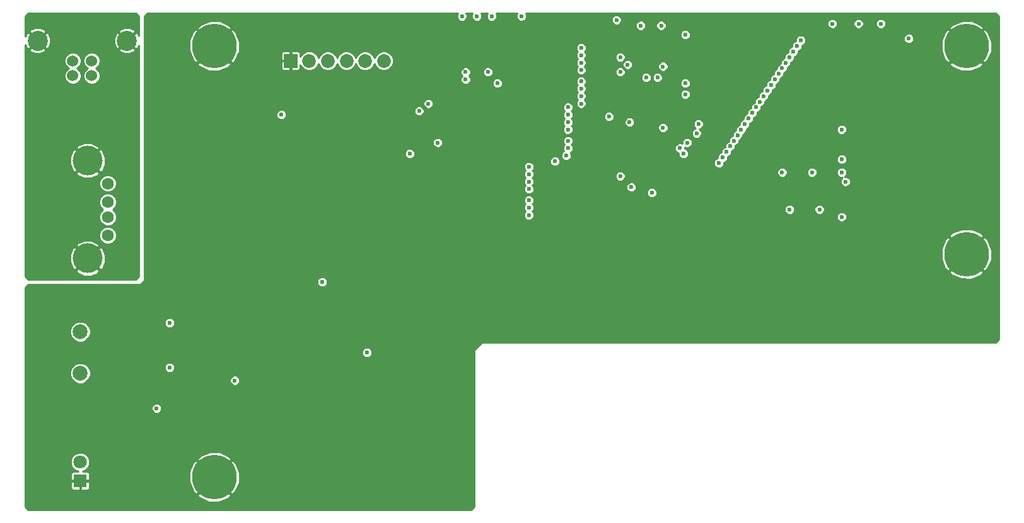
<source format=gbr>
G04 #@! TF.FileFunction,Copper,L4,Bot,Signal*
%FSLAX46Y46*%
G04 Gerber Fmt 4.6, Leading zero omitted, Abs format (unit mm)*
G04 Created by KiCad (PCBNEW 4.0.5+dfsg1-4~bpo8+1) date Mon Sep 25 13:54:36 2017*
%MOMM*%
%LPD*%
G01*
G04 APERTURE LIST*
%ADD10C,0.100000*%
%ADD11C,1.600000*%
%ADD12C,4.000000*%
%ADD13C,2.000000*%
%ADD14R,1.850000X1.850000*%
%ADD15C,1.850000*%
%ADD16C,1.524000*%
%ADD17C,2.700020*%
%ADD18C,6.000000*%
%ADD19C,1.800000*%
%ADD20R,1.800000X1.800000*%
%ADD21C,0.600000*%
%ADD22C,0.254000*%
G04 APERTURE END LIST*
D10*
D11*
X63710000Y-86500000D03*
X63710000Y-84000000D03*
X63710000Y-82000000D03*
X63710000Y-79500000D03*
D12*
X61000000Y-89570000D03*
X61000000Y-76430000D03*
D13*
X60000000Y-99456000D03*
X60000000Y-105044000D03*
D14*
X88250000Y-63000000D03*
D15*
X90750000Y-63000000D03*
X93250000Y-63000000D03*
X95750000Y-63000000D03*
X98250000Y-63000000D03*
X100750000Y-63000000D03*
D16*
X61540000Y-65000000D03*
X59000000Y-65000000D03*
X59000000Y-63001020D03*
X61540000Y-63001020D03*
D17*
X66269480Y-60301000D03*
X54270520Y-60301000D03*
D18*
X179000000Y-61000000D03*
X179000000Y-89000000D03*
X78000000Y-61000000D03*
X78000000Y-119000000D03*
D19*
X60000000Y-116960000D03*
D20*
X60000000Y-119500000D03*
D21*
X87000000Y-70250000D03*
X92500000Y-92750000D03*
X105500000Y-69750000D03*
X114750000Y-64500000D03*
X111750000Y-64500000D03*
X162250000Y-72250000D03*
X162250000Y-76250000D03*
X162250000Y-84000000D03*
X140000000Y-84500000D03*
X169250000Y-83000000D03*
X94750000Y-107000000D03*
X91250000Y-107000000D03*
X87750000Y-107000000D03*
X82500000Y-107750000D03*
X72000000Y-105750000D03*
X82500000Y-86250000D03*
X99000000Y-84500000D03*
X103000000Y-78500000D03*
X102250000Y-67500000D03*
X100500000Y-72000000D03*
X100500000Y-69750000D03*
X117250000Y-65500000D03*
X112000000Y-70000000D03*
X104250000Y-58500000D03*
X114750000Y-65500000D03*
X115250000Y-62000000D03*
X105000000Y-64000000D03*
X110750000Y-62750000D03*
X107750000Y-61000000D03*
X171750000Y-72000000D03*
X168500000Y-63000000D03*
X161000000Y-62500000D03*
X164250000Y-84000000D03*
X166000000Y-74250000D03*
X165750000Y-70250000D03*
X107250000Y-72750000D03*
X150000000Y-82750000D03*
X146250000Y-78500000D03*
X132500000Y-61000000D03*
X141250000Y-61000000D03*
X132500000Y-69000000D03*
X141250000Y-69000000D03*
X132500000Y-77000000D03*
X141500000Y-77000000D03*
X106750000Y-68750000D03*
X104250000Y-75500000D03*
X115250000Y-57000000D03*
X70250000Y-109750000D03*
X72000000Y-104250000D03*
X72000000Y-98250000D03*
X167500000Y-58000000D03*
X164500000Y-58000000D03*
X161000000Y-58000000D03*
X111250000Y-57000000D03*
X113250000Y-57000000D03*
X119250000Y-57000000D03*
X155250000Y-83000000D03*
X162750000Y-79250000D03*
X159250000Y-83000000D03*
X162250000Y-78000000D03*
X154250000Y-78000000D03*
X158250000Y-78000000D03*
X116000000Y-66000000D03*
X98500000Y-102250000D03*
X171250000Y-60000000D03*
X108000000Y-74000000D03*
X111750000Y-65500000D03*
X80750000Y-106000000D03*
X156750000Y-60250000D03*
X132000000Y-57500000D03*
X127250000Y-61250000D03*
X127250000Y-62250000D03*
X156250000Y-61000000D03*
X135250000Y-58250000D03*
X127250000Y-63250000D03*
X155750000Y-61750000D03*
X138000000Y-58250000D03*
X127250000Y-64250000D03*
X141250000Y-59500000D03*
X155250000Y-62500000D03*
X127250000Y-65750000D03*
X154750000Y-63250000D03*
X132500000Y-62500000D03*
X127250000Y-66750000D03*
X154250000Y-64000000D03*
X133500000Y-63500000D03*
X127250000Y-67750000D03*
X153750000Y-64750000D03*
X132500000Y-64500000D03*
X127250000Y-68750000D03*
X153250000Y-65500000D03*
X138250000Y-63750000D03*
X125500000Y-69250000D03*
X152750000Y-66250000D03*
X136000000Y-65250000D03*
X125500000Y-70250000D03*
X152250000Y-67000000D03*
X137500000Y-65250000D03*
X125500000Y-71250000D03*
X141250000Y-66000000D03*
X151750000Y-67750000D03*
X125500000Y-72250000D03*
X141250000Y-67500000D03*
X151250000Y-68500000D03*
X125500000Y-73750000D03*
X150750000Y-69250000D03*
X131000000Y-70500000D03*
X150250000Y-70000000D03*
X125500000Y-74750000D03*
X133750000Y-71250000D03*
X125250000Y-75750000D03*
X149750000Y-70750000D03*
X138250000Y-72000000D03*
X123750000Y-76500000D03*
X149250000Y-71500000D03*
X143000000Y-71500000D03*
X120250000Y-77250000D03*
X148750000Y-72250000D03*
X142750000Y-72750000D03*
X120250000Y-78250000D03*
X141500000Y-74000000D03*
X148250000Y-73000000D03*
X120250000Y-79250000D03*
X147750000Y-73750000D03*
X140500000Y-74750000D03*
X120250000Y-80250000D03*
X141000000Y-75500000D03*
X147250000Y-74500000D03*
X120250000Y-81750000D03*
X146750000Y-75250000D03*
X132500000Y-78500000D03*
X120250000Y-82750000D03*
X134000000Y-80000000D03*
X146250000Y-76000000D03*
X145750000Y-76750000D03*
X120250000Y-83750000D03*
X136750000Y-80750000D03*
D22*
G36*
X67873000Y-57052606D02*
X67873000Y-59648968D01*
X67740170Y-59325286D01*
X67733731Y-59315650D01*
X67494163Y-59166119D01*
X66359283Y-60301000D01*
X67494163Y-61435881D01*
X67733731Y-61286350D01*
X67873000Y-60953223D01*
X67873000Y-91947394D01*
X67447394Y-92373000D01*
X53052606Y-92373000D01*
X52627000Y-91947394D01*
X52627000Y-91263543D01*
X59396259Y-91263543D01*
X59624926Y-91570660D01*
X60495217Y-91944587D01*
X61442356Y-91957004D01*
X62322151Y-91606022D01*
X62375074Y-91570660D01*
X62603741Y-91263543D01*
X61000000Y-89659803D01*
X59396259Y-91263543D01*
X52627000Y-91263543D01*
X52627000Y-90012356D01*
X58612996Y-90012356D01*
X58963978Y-90892151D01*
X58999340Y-90945074D01*
X59306457Y-91173741D01*
X60910197Y-89570000D01*
X61089803Y-89570000D01*
X62693543Y-91173741D01*
X63000660Y-90945074D01*
X63374587Y-90074783D01*
X63387004Y-89127644D01*
X63036022Y-88247849D01*
X63000660Y-88194926D01*
X62693543Y-87966259D01*
X61089803Y-89570000D01*
X60910197Y-89570000D01*
X59306457Y-87966259D01*
X58999340Y-88194926D01*
X58625413Y-89065217D01*
X58612996Y-90012356D01*
X52627000Y-90012356D01*
X52627000Y-87876457D01*
X59396259Y-87876457D01*
X61000000Y-89480197D01*
X62603741Y-87876457D01*
X62375074Y-87569340D01*
X61504783Y-87195413D01*
X60557644Y-87182996D01*
X59677849Y-87533978D01*
X59624926Y-87569340D01*
X59396259Y-87876457D01*
X52627000Y-87876457D01*
X52627000Y-86733885D01*
X62528796Y-86733885D01*
X62708213Y-87168109D01*
X63040144Y-87500619D01*
X63474054Y-87680794D01*
X63943885Y-87681204D01*
X64378109Y-87501787D01*
X64710619Y-87169856D01*
X64890794Y-86735946D01*
X64891204Y-86266115D01*
X64711787Y-85831891D01*
X64379856Y-85499381D01*
X63945946Y-85319206D01*
X63476115Y-85318796D01*
X63041891Y-85498213D01*
X62709381Y-85830144D01*
X62529206Y-86264054D01*
X62528796Y-86733885D01*
X52627000Y-86733885D01*
X52627000Y-82233885D01*
X62528796Y-82233885D01*
X62708213Y-82668109D01*
X63039813Y-83000287D01*
X62709381Y-83330144D01*
X62529206Y-83764054D01*
X62528796Y-84233885D01*
X62708213Y-84668109D01*
X63040144Y-85000619D01*
X63474054Y-85180794D01*
X63943885Y-85181204D01*
X64378109Y-85001787D01*
X64710619Y-84669856D01*
X64890794Y-84235946D01*
X64891204Y-83766115D01*
X64711787Y-83331891D01*
X64380187Y-82999713D01*
X64710619Y-82669856D01*
X64890794Y-82235946D01*
X64891204Y-81766115D01*
X64711787Y-81331891D01*
X64379856Y-80999381D01*
X63945946Y-80819206D01*
X63476115Y-80818796D01*
X63041891Y-80998213D01*
X62709381Y-81330144D01*
X62529206Y-81764054D01*
X62528796Y-82233885D01*
X52627000Y-82233885D01*
X52627000Y-79733885D01*
X62528796Y-79733885D01*
X62708213Y-80168109D01*
X63040144Y-80500619D01*
X63474054Y-80680794D01*
X63943885Y-80681204D01*
X64378109Y-80501787D01*
X64710619Y-80169856D01*
X64890794Y-79735946D01*
X64891204Y-79266115D01*
X64711787Y-78831891D01*
X64379856Y-78499381D01*
X63945946Y-78319206D01*
X63476115Y-78318796D01*
X63041891Y-78498213D01*
X62709381Y-78830144D01*
X62529206Y-79264054D01*
X62528796Y-79733885D01*
X52627000Y-79733885D01*
X52627000Y-78123543D01*
X59396259Y-78123543D01*
X59624926Y-78430660D01*
X60495217Y-78804587D01*
X61442356Y-78817004D01*
X62322151Y-78466022D01*
X62375074Y-78430660D01*
X62603741Y-78123543D01*
X61000000Y-76519803D01*
X59396259Y-78123543D01*
X52627000Y-78123543D01*
X52627000Y-76872356D01*
X58612996Y-76872356D01*
X58963978Y-77752151D01*
X58999340Y-77805074D01*
X59306457Y-78033741D01*
X60910197Y-76430000D01*
X61089803Y-76430000D01*
X62693543Y-78033741D01*
X63000660Y-77805074D01*
X63374587Y-76934783D01*
X63387004Y-75987644D01*
X63036022Y-75107849D01*
X63000660Y-75054926D01*
X62693543Y-74826259D01*
X61089803Y-76430000D01*
X60910197Y-76430000D01*
X59306457Y-74826259D01*
X58999340Y-75054926D01*
X58625413Y-75925217D01*
X58612996Y-76872356D01*
X52627000Y-76872356D01*
X52627000Y-74736457D01*
X59396259Y-74736457D01*
X61000000Y-76340197D01*
X62603741Y-74736457D01*
X62375074Y-74429340D01*
X61504783Y-74055413D01*
X60557644Y-74042996D01*
X59677849Y-74393978D01*
X59624926Y-74429340D01*
X59396259Y-74736457D01*
X52627000Y-74736457D01*
X52627000Y-63227379D01*
X57856802Y-63227379D01*
X58030446Y-63647632D01*
X58351697Y-63969443D01*
X58426178Y-64000370D01*
X58353388Y-64030446D01*
X58031577Y-64351697D01*
X57857199Y-64771646D01*
X57856802Y-65226359D01*
X58030446Y-65646612D01*
X58351697Y-65968423D01*
X58771646Y-66142801D01*
X59226359Y-66143198D01*
X59646612Y-65969554D01*
X59968423Y-65648303D01*
X60142801Y-65228354D01*
X60143198Y-64773641D01*
X59969554Y-64353388D01*
X59648303Y-64031577D01*
X59573822Y-64000650D01*
X59646612Y-63970574D01*
X59968423Y-63649323D01*
X60142801Y-63229374D01*
X60142802Y-63227379D01*
X60396802Y-63227379D01*
X60570446Y-63647632D01*
X60891697Y-63969443D01*
X60966178Y-64000370D01*
X60893388Y-64030446D01*
X60571577Y-64351697D01*
X60397199Y-64771646D01*
X60396802Y-65226359D01*
X60570446Y-65646612D01*
X60891697Y-65968423D01*
X61311646Y-66142801D01*
X61766359Y-66143198D01*
X62186612Y-65969554D01*
X62508423Y-65648303D01*
X62682801Y-65228354D01*
X62683198Y-64773641D01*
X62509554Y-64353388D01*
X62188303Y-64031577D01*
X62113822Y-64000650D01*
X62186612Y-63970574D01*
X62508423Y-63649323D01*
X62682801Y-63229374D01*
X62683198Y-62774661D01*
X62509554Y-62354408D01*
X62188303Y-62032597D01*
X61768354Y-61858219D01*
X61313641Y-61857822D01*
X60893388Y-62031466D01*
X60571577Y-62352717D01*
X60397199Y-62772666D01*
X60396802Y-63227379D01*
X60142802Y-63227379D01*
X60143198Y-62774661D01*
X59969554Y-62354408D01*
X59648303Y-62032597D01*
X59228354Y-61858219D01*
X58773641Y-61857822D01*
X58353388Y-62031466D01*
X58031577Y-62352717D01*
X57857199Y-62772666D01*
X57856802Y-63227379D01*
X52627000Y-63227379D01*
X52627000Y-61525683D01*
X53135639Y-61525683D01*
X53285170Y-61765251D01*
X53920519Y-62030869D01*
X54609153Y-62033130D01*
X55246234Y-61771690D01*
X55255870Y-61765251D01*
X55405401Y-61525683D01*
X65134599Y-61525683D01*
X65284130Y-61765251D01*
X65919479Y-62030869D01*
X66608113Y-62033130D01*
X67245194Y-61771690D01*
X67254830Y-61765251D01*
X67404361Y-61525683D01*
X66269480Y-60390803D01*
X65134599Y-61525683D01*
X55405401Y-61525683D01*
X54270520Y-60390803D01*
X53135639Y-61525683D01*
X52627000Y-61525683D01*
X52627000Y-60855559D01*
X52799830Y-61276714D01*
X52806269Y-61286350D01*
X53045837Y-61435881D01*
X54180717Y-60301000D01*
X54360323Y-60301000D01*
X55495203Y-61435881D01*
X55734771Y-61286350D01*
X56000389Y-60651001D01*
X56000426Y-60639633D01*
X64537350Y-60639633D01*
X64798790Y-61276714D01*
X64805229Y-61286350D01*
X65044797Y-61435881D01*
X66179677Y-60301000D01*
X65044797Y-59166119D01*
X64805229Y-59315650D01*
X64539611Y-59950999D01*
X64537350Y-60639633D01*
X56000426Y-60639633D01*
X56002650Y-59962367D01*
X55741210Y-59325286D01*
X55734771Y-59315650D01*
X55495203Y-59166119D01*
X54360323Y-60301000D01*
X54180717Y-60301000D01*
X53045837Y-59166119D01*
X52806269Y-59315650D01*
X52627000Y-59744455D01*
X52627000Y-59076317D01*
X53135639Y-59076317D01*
X54270520Y-60211197D01*
X55405401Y-59076317D01*
X65134599Y-59076317D01*
X66269480Y-60211197D01*
X67404361Y-59076317D01*
X67254830Y-58836749D01*
X66619481Y-58571131D01*
X65930847Y-58568870D01*
X65293766Y-58830310D01*
X65284130Y-58836749D01*
X65134599Y-59076317D01*
X55405401Y-59076317D01*
X55255870Y-58836749D01*
X54620521Y-58571131D01*
X53931887Y-58568870D01*
X53294806Y-58830310D01*
X53285170Y-58836749D01*
X53135639Y-59076317D01*
X52627000Y-59076317D01*
X52627000Y-57052606D01*
X53052606Y-56627000D01*
X67447394Y-56627000D01*
X67873000Y-57052606D01*
X67873000Y-57052606D01*
G37*
X67873000Y-57052606D02*
X67873000Y-59648968D01*
X67740170Y-59325286D01*
X67733731Y-59315650D01*
X67494163Y-59166119D01*
X66359283Y-60301000D01*
X67494163Y-61435881D01*
X67733731Y-61286350D01*
X67873000Y-60953223D01*
X67873000Y-91947394D01*
X67447394Y-92373000D01*
X53052606Y-92373000D01*
X52627000Y-91947394D01*
X52627000Y-91263543D01*
X59396259Y-91263543D01*
X59624926Y-91570660D01*
X60495217Y-91944587D01*
X61442356Y-91957004D01*
X62322151Y-91606022D01*
X62375074Y-91570660D01*
X62603741Y-91263543D01*
X61000000Y-89659803D01*
X59396259Y-91263543D01*
X52627000Y-91263543D01*
X52627000Y-90012356D01*
X58612996Y-90012356D01*
X58963978Y-90892151D01*
X58999340Y-90945074D01*
X59306457Y-91173741D01*
X60910197Y-89570000D01*
X61089803Y-89570000D01*
X62693543Y-91173741D01*
X63000660Y-90945074D01*
X63374587Y-90074783D01*
X63387004Y-89127644D01*
X63036022Y-88247849D01*
X63000660Y-88194926D01*
X62693543Y-87966259D01*
X61089803Y-89570000D01*
X60910197Y-89570000D01*
X59306457Y-87966259D01*
X58999340Y-88194926D01*
X58625413Y-89065217D01*
X58612996Y-90012356D01*
X52627000Y-90012356D01*
X52627000Y-87876457D01*
X59396259Y-87876457D01*
X61000000Y-89480197D01*
X62603741Y-87876457D01*
X62375074Y-87569340D01*
X61504783Y-87195413D01*
X60557644Y-87182996D01*
X59677849Y-87533978D01*
X59624926Y-87569340D01*
X59396259Y-87876457D01*
X52627000Y-87876457D01*
X52627000Y-86733885D01*
X62528796Y-86733885D01*
X62708213Y-87168109D01*
X63040144Y-87500619D01*
X63474054Y-87680794D01*
X63943885Y-87681204D01*
X64378109Y-87501787D01*
X64710619Y-87169856D01*
X64890794Y-86735946D01*
X64891204Y-86266115D01*
X64711787Y-85831891D01*
X64379856Y-85499381D01*
X63945946Y-85319206D01*
X63476115Y-85318796D01*
X63041891Y-85498213D01*
X62709381Y-85830144D01*
X62529206Y-86264054D01*
X62528796Y-86733885D01*
X52627000Y-86733885D01*
X52627000Y-82233885D01*
X62528796Y-82233885D01*
X62708213Y-82668109D01*
X63039813Y-83000287D01*
X62709381Y-83330144D01*
X62529206Y-83764054D01*
X62528796Y-84233885D01*
X62708213Y-84668109D01*
X63040144Y-85000619D01*
X63474054Y-85180794D01*
X63943885Y-85181204D01*
X64378109Y-85001787D01*
X64710619Y-84669856D01*
X64890794Y-84235946D01*
X64891204Y-83766115D01*
X64711787Y-83331891D01*
X64380187Y-82999713D01*
X64710619Y-82669856D01*
X64890794Y-82235946D01*
X64891204Y-81766115D01*
X64711787Y-81331891D01*
X64379856Y-80999381D01*
X63945946Y-80819206D01*
X63476115Y-80818796D01*
X63041891Y-80998213D01*
X62709381Y-81330144D01*
X62529206Y-81764054D01*
X62528796Y-82233885D01*
X52627000Y-82233885D01*
X52627000Y-79733885D01*
X62528796Y-79733885D01*
X62708213Y-80168109D01*
X63040144Y-80500619D01*
X63474054Y-80680794D01*
X63943885Y-80681204D01*
X64378109Y-80501787D01*
X64710619Y-80169856D01*
X64890794Y-79735946D01*
X64891204Y-79266115D01*
X64711787Y-78831891D01*
X64379856Y-78499381D01*
X63945946Y-78319206D01*
X63476115Y-78318796D01*
X63041891Y-78498213D01*
X62709381Y-78830144D01*
X62529206Y-79264054D01*
X62528796Y-79733885D01*
X52627000Y-79733885D01*
X52627000Y-78123543D01*
X59396259Y-78123543D01*
X59624926Y-78430660D01*
X60495217Y-78804587D01*
X61442356Y-78817004D01*
X62322151Y-78466022D01*
X62375074Y-78430660D01*
X62603741Y-78123543D01*
X61000000Y-76519803D01*
X59396259Y-78123543D01*
X52627000Y-78123543D01*
X52627000Y-76872356D01*
X58612996Y-76872356D01*
X58963978Y-77752151D01*
X58999340Y-77805074D01*
X59306457Y-78033741D01*
X60910197Y-76430000D01*
X61089803Y-76430000D01*
X62693543Y-78033741D01*
X63000660Y-77805074D01*
X63374587Y-76934783D01*
X63387004Y-75987644D01*
X63036022Y-75107849D01*
X63000660Y-75054926D01*
X62693543Y-74826259D01*
X61089803Y-76430000D01*
X60910197Y-76430000D01*
X59306457Y-74826259D01*
X58999340Y-75054926D01*
X58625413Y-75925217D01*
X58612996Y-76872356D01*
X52627000Y-76872356D01*
X52627000Y-74736457D01*
X59396259Y-74736457D01*
X61000000Y-76340197D01*
X62603741Y-74736457D01*
X62375074Y-74429340D01*
X61504783Y-74055413D01*
X60557644Y-74042996D01*
X59677849Y-74393978D01*
X59624926Y-74429340D01*
X59396259Y-74736457D01*
X52627000Y-74736457D01*
X52627000Y-63227379D01*
X57856802Y-63227379D01*
X58030446Y-63647632D01*
X58351697Y-63969443D01*
X58426178Y-64000370D01*
X58353388Y-64030446D01*
X58031577Y-64351697D01*
X57857199Y-64771646D01*
X57856802Y-65226359D01*
X58030446Y-65646612D01*
X58351697Y-65968423D01*
X58771646Y-66142801D01*
X59226359Y-66143198D01*
X59646612Y-65969554D01*
X59968423Y-65648303D01*
X60142801Y-65228354D01*
X60143198Y-64773641D01*
X59969554Y-64353388D01*
X59648303Y-64031577D01*
X59573822Y-64000650D01*
X59646612Y-63970574D01*
X59968423Y-63649323D01*
X60142801Y-63229374D01*
X60142802Y-63227379D01*
X60396802Y-63227379D01*
X60570446Y-63647632D01*
X60891697Y-63969443D01*
X60966178Y-64000370D01*
X60893388Y-64030446D01*
X60571577Y-64351697D01*
X60397199Y-64771646D01*
X60396802Y-65226359D01*
X60570446Y-65646612D01*
X60891697Y-65968423D01*
X61311646Y-66142801D01*
X61766359Y-66143198D01*
X62186612Y-65969554D01*
X62508423Y-65648303D01*
X62682801Y-65228354D01*
X62683198Y-64773641D01*
X62509554Y-64353388D01*
X62188303Y-64031577D01*
X62113822Y-64000650D01*
X62186612Y-63970574D01*
X62508423Y-63649323D01*
X62682801Y-63229374D01*
X62683198Y-62774661D01*
X62509554Y-62354408D01*
X62188303Y-62032597D01*
X61768354Y-61858219D01*
X61313641Y-61857822D01*
X60893388Y-62031466D01*
X60571577Y-62352717D01*
X60397199Y-62772666D01*
X60396802Y-63227379D01*
X60142802Y-63227379D01*
X60143198Y-62774661D01*
X59969554Y-62354408D01*
X59648303Y-62032597D01*
X59228354Y-61858219D01*
X58773641Y-61857822D01*
X58353388Y-62031466D01*
X58031577Y-62352717D01*
X57857199Y-62772666D01*
X57856802Y-63227379D01*
X52627000Y-63227379D01*
X52627000Y-61525683D01*
X53135639Y-61525683D01*
X53285170Y-61765251D01*
X53920519Y-62030869D01*
X54609153Y-62033130D01*
X55246234Y-61771690D01*
X55255870Y-61765251D01*
X55405401Y-61525683D01*
X65134599Y-61525683D01*
X65284130Y-61765251D01*
X65919479Y-62030869D01*
X66608113Y-62033130D01*
X67245194Y-61771690D01*
X67254830Y-61765251D01*
X67404361Y-61525683D01*
X66269480Y-60390803D01*
X65134599Y-61525683D01*
X55405401Y-61525683D01*
X54270520Y-60390803D01*
X53135639Y-61525683D01*
X52627000Y-61525683D01*
X52627000Y-60855559D01*
X52799830Y-61276714D01*
X52806269Y-61286350D01*
X53045837Y-61435881D01*
X54180717Y-60301000D01*
X54360323Y-60301000D01*
X55495203Y-61435881D01*
X55734771Y-61286350D01*
X56000389Y-60651001D01*
X56000426Y-60639633D01*
X64537350Y-60639633D01*
X64798790Y-61276714D01*
X64805229Y-61286350D01*
X65044797Y-61435881D01*
X66179677Y-60301000D01*
X65044797Y-59166119D01*
X64805229Y-59315650D01*
X64539611Y-59950999D01*
X64537350Y-60639633D01*
X56000426Y-60639633D01*
X56002650Y-59962367D01*
X55741210Y-59325286D01*
X55734771Y-59315650D01*
X55495203Y-59166119D01*
X54360323Y-60301000D01*
X54180717Y-60301000D01*
X53045837Y-59166119D01*
X52806269Y-59315650D01*
X52627000Y-59744455D01*
X52627000Y-59076317D01*
X53135639Y-59076317D01*
X54270520Y-60211197D01*
X55405401Y-59076317D01*
X65134599Y-59076317D01*
X66269480Y-60211197D01*
X67404361Y-59076317D01*
X67254830Y-58836749D01*
X66619481Y-58571131D01*
X65930847Y-58568870D01*
X65293766Y-58830310D01*
X65284130Y-58836749D01*
X65134599Y-59076317D01*
X55405401Y-59076317D01*
X55255870Y-58836749D01*
X54620521Y-58571131D01*
X53931887Y-58568870D01*
X53294806Y-58830310D01*
X53285170Y-58836749D01*
X53135639Y-59076317D01*
X52627000Y-59076317D01*
X52627000Y-57052606D01*
X53052606Y-56627000D01*
X67447394Y-56627000D01*
X67873000Y-57052606D01*
G36*
X110569118Y-56863946D02*
X110568882Y-57134865D01*
X110672339Y-57385252D01*
X110863741Y-57576987D01*
X111113946Y-57680882D01*
X111384865Y-57681118D01*
X111635252Y-57577661D01*
X111826987Y-57386259D01*
X111930882Y-57136054D01*
X111931118Y-56865135D01*
X111832723Y-56627000D01*
X112667507Y-56627000D01*
X112569118Y-56863946D01*
X112568882Y-57134865D01*
X112672339Y-57385252D01*
X112863741Y-57576987D01*
X113113946Y-57680882D01*
X113384865Y-57681118D01*
X113635252Y-57577661D01*
X113826987Y-57386259D01*
X113930882Y-57136054D01*
X113931118Y-56865135D01*
X113832723Y-56627000D01*
X114667507Y-56627000D01*
X114569118Y-56863946D01*
X114568882Y-57134865D01*
X114672339Y-57385252D01*
X114863741Y-57576987D01*
X115113946Y-57680882D01*
X115384865Y-57681118D01*
X115635252Y-57577661D01*
X115826987Y-57386259D01*
X115930882Y-57136054D01*
X115931118Y-56865135D01*
X115832723Y-56627000D01*
X118667507Y-56627000D01*
X118569118Y-56863946D01*
X118568882Y-57134865D01*
X118672339Y-57385252D01*
X118863741Y-57576987D01*
X119113946Y-57680882D01*
X119384865Y-57681118D01*
X119496806Y-57634865D01*
X131318882Y-57634865D01*
X131422339Y-57885252D01*
X131613741Y-58076987D01*
X131863946Y-58180882D01*
X132134865Y-58181118D01*
X132385252Y-58077661D01*
X132576987Y-57886259D01*
X132680882Y-57636054D01*
X132681118Y-57365135D01*
X132577661Y-57114748D01*
X132386259Y-56923013D01*
X132136054Y-56819118D01*
X131865135Y-56818882D01*
X131614748Y-56922339D01*
X131423013Y-57113741D01*
X131319118Y-57363946D01*
X131318882Y-57634865D01*
X119496806Y-57634865D01*
X119635252Y-57577661D01*
X119826987Y-57386259D01*
X119930882Y-57136054D01*
X119931118Y-56865135D01*
X119832723Y-56627000D01*
X182947394Y-56627000D01*
X183373000Y-57052606D01*
X183373000Y-100447394D01*
X182947394Y-100873000D01*
X114000000Y-100873000D01*
X113950590Y-100883006D01*
X113910197Y-100910197D01*
X112910197Y-101910197D01*
X112882334Y-101952211D01*
X112873000Y-102000000D01*
X112873000Y-122947394D01*
X112447394Y-123373000D01*
X53052606Y-123373000D01*
X52627000Y-122947394D01*
X52627000Y-121414689D01*
X75675114Y-121414689D01*
X76025481Y-121825725D01*
X77257140Y-122366245D01*
X78601894Y-122394285D01*
X79855013Y-121905576D01*
X79974519Y-121825725D01*
X80324886Y-121414689D01*
X78000000Y-119089803D01*
X75675114Y-121414689D01*
X52627000Y-121414689D01*
X52627000Y-119658750D01*
X58719000Y-119658750D01*
X58719000Y-120475786D01*
X58777004Y-120615820D01*
X58884181Y-120722996D01*
X59024215Y-120781000D01*
X59841250Y-120781000D01*
X59936500Y-120685750D01*
X59936500Y-119563500D01*
X60063500Y-119563500D01*
X60063500Y-120685750D01*
X60158750Y-120781000D01*
X60975785Y-120781000D01*
X61115819Y-120722996D01*
X61222996Y-120615820D01*
X61281000Y-120475786D01*
X61281000Y-119658750D01*
X61224144Y-119601894D01*
X74605715Y-119601894D01*
X75094424Y-120855013D01*
X75174275Y-120974519D01*
X75585311Y-121324886D01*
X77910197Y-119000000D01*
X78089803Y-119000000D01*
X80414689Y-121324886D01*
X80825725Y-120974519D01*
X81366245Y-119742860D01*
X81394285Y-118398106D01*
X80905576Y-117144987D01*
X80825725Y-117025481D01*
X80414689Y-116675114D01*
X78089803Y-119000000D01*
X77910197Y-119000000D01*
X75585311Y-116675114D01*
X75174275Y-117025481D01*
X74633755Y-118257140D01*
X74605715Y-119601894D01*
X61224144Y-119601894D01*
X61185750Y-119563500D01*
X60063500Y-119563500D01*
X59936500Y-119563500D01*
X58814250Y-119563500D01*
X58719000Y-119658750D01*
X52627000Y-119658750D01*
X52627000Y-117213689D01*
X58718778Y-117213689D01*
X58913388Y-117684680D01*
X59273425Y-118045345D01*
X59691631Y-118219000D01*
X59024215Y-118219000D01*
X58884181Y-118277004D01*
X58777004Y-118384180D01*
X58719000Y-118524214D01*
X58719000Y-119341250D01*
X58814250Y-119436500D01*
X59936500Y-119436500D01*
X59936500Y-119416500D01*
X60063500Y-119416500D01*
X60063500Y-119436500D01*
X61185750Y-119436500D01*
X61281000Y-119341250D01*
X61281000Y-118524214D01*
X61222996Y-118384180D01*
X61115819Y-118277004D01*
X60975785Y-118219000D01*
X60307470Y-118219000D01*
X60724680Y-118046612D01*
X61085345Y-117686575D01*
X61280777Y-117215924D01*
X61281222Y-116706311D01*
X61231226Y-116585311D01*
X75675114Y-116585311D01*
X78000000Y-118910197D01*
X80324886Y-116585311D01*
X79974519Y-116174275D01*
X78742860Y-115633755D01*
X77398106Y-115605715D01*
X76144987Y-116094424D01*
X76025481Y-116174275D01*
X75675114Y-116585311D01*
X61231226Y-116585311D01*
X61086612Y-116235320D01*
X60726575Y-115874655D01*
X60255924Y-115679223D01*
X59746311Y-115678778D01*
X59275320Y-115873388D01*
X58914655Y-116233425D01*
X58719223Y-116704076D01*
X58718778Y-117213689D01*
X52627000Y-117213689D01*
X52627000Y-109884865D01*
X69568882Y-109884865D01*
X69672339Y-110135252D01*
X69863741Y-110326987D01*
X70113946Y-110430882D01*
X70384865Y-110431118D01*
X70635252Y-110327661D01*
X70826987Y-110136259D01*
X70930882Y-109886054D01*
X70931118Y-109615135D01*
X70827661Y-109364748D01*
X70636259Y-109173013D01*
X70386054Y-109069118D01*
X70115135Y-109068882D01*
X69864748Y-109172339D01*
X69673013Y-109363741D01*
X69569118Y-109613946D01*
X69568882Y-109884865D01*
X52627000Y-109884865D01*
X52627000Y-105317493D01*
X58618761Y-105317493D01*
X58828563Y-105825251D01*
X59216705Y-106214072D01*
X59724097Y-106424759D01*
X60273493Y-106425239D01*
X60781251Y-106215437D01*
X60861963Y-106134865D01*
X80068882Y-106134865D01*
X80172339Y-106385252D01*
X80363741Y-106576987D01*
X80613946Y-106680882D01*
X80884865Y-106681118D01*
X81135252Y-106577661D01*
X81326987Y-106386259D01*
X81430882Y-106136054D01*
X81431118Y-105865135D01*
X81327661Y-105614748D01*
X81136259Y-105423013D01*
X80886054Y-105319118D01*
X80615135Y-105318882D01*
X80364748Y-105422339D01*
X80173013Y-105613741D01*
X80069118Y-105863946D01*
X80068882Y-106134865D01*
X60861963Y-106134865D01*
X61170072Y-105827295D01*
X61380759Y-105319903D01*
X61381239Y-104770507D01*
X61221895Y-104384865D01*
X71318882Y-104384865D01*
X71422339Y-104635252D01*
X71613741Y-104826987D01*
X71863946Y-104930882D01*
X72134865Y-104931118D01*
X72385252Y-104827661D01*
X72576987Y-104636259D01*
X72680882Y-104386054D01*
X72681118Y-104115135D01*
X72577661Y-103864748D01*
X72386259Y-103673013D01*
X72136054Y-103569118D01*
X71865135Y-103568882D01*
X71614748Y-103672339D01*
X71423013Y-103863741D01*
X71319118Y-104113946D01*
X71318882Y-104384865D01*
X61221895Y-104384865D01*
X61171437Y-104262749D01*
X60783295Y-103873928D01*
X60275903Y-103663241D01*
X59726507Y-103662761D01*
X59218749Y-103872563D01*
X58829928Y-104260705D01*
X58619241Y-104768097D01*
X58618761Y-105317493D01*
X52627000Y-105317493D01*
X52627000Y-102384865D01*
X97818882Y-102384865D01*
X97922339Y-102635252D01*
X98113741Y-102826987D01*
X98363946Y-102930882D01*
X98634865Y-102931118D01*
X98885252Y-102827661D01*
X99076987Y-102636259D01*
X99180882Y-102386054D01*
X99181118Y-102115135D01*
X99077661Y-101864748D01*
X98886259Y-101673013D01*
X98636054Y-101569118D01*
X98365135Y-101568882D01*
X98114748Y-101672339D01*
X97923013Y-101863741D01*
X97819118Y-102113946D01*
X97818882Y-102384865D01*
X52627000Y-102384865D01*
X52627000Y-99729493D01*
X58618761Y-99729493D01*
X58828563Y-100237251D01*
X59216705Y-100626072D01*
X59724097Y-100836759D01*
X60273493Y-100837239D01*
X60781251Y-100627437D01*
X61170072Y-100239295D01*
X61380759Y-99731903D01*
X61381239Y-99182507D01*
X61171437Y-98674749D01*
X60882060Y-98384865D01*
X71318882Y-98384865D01*
X71422339Y-98635252D01*
X71613741Y-98826987D01*
X71863946Y-98930882D01*
X72134865Y-98931118D01*
X72385252Y-98827661D01*
X72576987Y-98636259D01*
X72680882Y-98386054D01*
X72681118Y-98115135D01*
X72577661Y-97864748D01*
X72386259Y-97673013D01*
X72136054Y-97569118D01*
X71865135Y-97568882D01*
X71614748Y-97672339D01*
X71423013Y-97863741D01*
X71319118Y-98113946D01*
X71318882Y-98384865D01*
X60882060Y-98384865D01*
X60783295Y-98285928D01*
X60275903Y-98075241D01*
X59726507Y-98074761D01*
X59218749Y-98284563D01*
X58829928Y-98672705D01*
X58619241Y-99180097D01*
X58618761Y-99729493D01*
X52627000Y-99729493D01*
X52627000Y-93552606D01*
X53052606Y-93127000D01*
X68000000Y-93127000D01*
X68049410Y-93116994D01*
X68089803Y-93089803D01*
X68294741Y-92884865D01*
X91818882Y-92884865D01*
X91922339Y-93135252D01*
X92113741Y-93326987D01*
X92363946Y-93430882D01*
X92634865Y-93431118D01*
X92885252Y-93327661D01*
X93076987Y-93136259D01*
X93180882Y-92886054D01*
X93181118Y-92615135D01*
X93077661Y-92364748D01*
X92886259Y-92173013D01*
X92636054Y-92069118D01*
X92365135Y-92068882D01*
X92114748Y-92172339D01*
X91923013Y-92363741D01*
X91819118Y-92613946D01*
X91818882Y-92884865D01*
X68294741Y-92884865D01*
X68589803Y-92589803D01*
X68617666Y-92547789D01*
X68627000Y-92500000D01*
X68627000Y-91414689D01*
X176675114Y-91414689D01*
X177025481Y-91825725D01*
X178257140Y-92366245D01*
X179601894Y-92394285D01*
X180855013Y-91905576D01*
X180974519Y-91825725D01*
X181324886Y-91414689D01*
X179000000Y-89089803D01*
X176675114Y-91414689D01*
X68627000Y-91414689D01*
X68627000Y-89601894D01*
X175605715Y-89601894D01*
X176094424Y-90855013D01*
X176174275Y-90974519D01*
X176585311Y-91324886D01*
X178910197Y-89000000D01*
X179089803Y-89000000D01*
X181414689Y-91324886D01*
X181825725Y-90974519D01*
X182366245Y-89742860D01*
X182394285Y-88398106D01*
X181905576Y-87144987D01*
X181825725Y-87025481D01*
X181414689Y-86675114D01*
X179089803Y-89000000D01*
X178910197Y-89000000D01*
X176585311Y-86675114D01*
X176174275Y-87025481D01*
X175633755Y-88257140D01*
X175605715Y-89601894D01*
X68627000Y-89601894D01*
X68627000Y-86585311D01*
X176675114Y-86585311D01*
X179000000Y-88910197D01*
X181324886Y-86585311D01*
X180974519Y-86174275D01*
X179742860Y-85633755D01*
X178398106Y-85605715D01*
X177144987Y-86094424D01*
X177025481Y-86174275D01*
X176675114Y-86585311D01*
X68627000Y-86585311D01*
X68627000Y-81884865D01*
X119568882Y-81884865D01*
X119672339Y-82135252D01*
X119786920Y-82250032D01*
X119673013Y-82363741D01*
X119569118Y-82613946D01*
X119568882Y-82884865D01*
X119672339Y-83135252D01*
X119786920Y-83250032D01*
X119673013Y-83363741D01*
X119569118Y-83613946D01*
X119568882Y-83884865D01*
X119672339Y-84135252D01*
X119863741Y-84326987D01*
X120113946Y-84430882D01*
X120384865Y-84431118D01*
X120635252Y-84327661D01*
X120826987Y-84136259D01*
X120827565Y-84134865D01*
X161568882Y-84134865D01*
X161672339Y-84385252D01*
X161863741Y-84576987D01*
X162113946Y-84680882D01*
X162384865Y-84681118D01*
X162635252Y-84577661D01*
X162826987Y-84386259D01*
X162930882Y-84136054D01*
X162931118Y-83865135D01*
X162827661Y-83614748D01*
X162636259Y-83423013D01*
X162386054Y-83319118D01*
X162115135Y-83318882D01*
X161864748Y-83422339D01*
X161673013Y-83613741D01*
X161569118Y-83863946D01*
X161568882Y-84134865D01*
X120827565Y-84134865D01*
X120930882Y-83886054D01*
X120931118Y-83615135D01*
X120827661Y-83364748D01*
X120713080Y-83249968D01*
X120826987Y-83136259D01*
X120827565Y-83134865D01*
X154568882Y-83134865D01*
X154672339Y-83385252D01*
X154863741Y-83576987D01*
X155113946Y-83680882D01*
X155384865Y-83681118D01*
X155635252Y-83577661D01*
X155826987Y-83386259D01*
X155930882Y-83136054D01*
X155930883Y-83134865D01*
X158568882Y-83134865D01*
X158672339Y-83385252D01*
X158863741Y-83576987D01*
X159113946Y-83680882D01*
X159384865Y-83681118D01*
X159635252Y-83577661D01*
X159826987Y-83386259D01*
X159930882Y-83136054D01*
X159931118Y-82865135D01*
X159827661Y-82614748D01*
X159636259Y-82423013D01*
X159386054Y-82319118D01*
X159115135Y-82318882D01*
X158864748Y-82422339D01*
X158673013Y-82613741D01*
X158569118Y-82863946D01*
X158568882Y-83134865D01*
X155930883Y-83134865D01*
X155931118Y-82865135D01*
X155827661Y-82614748D01*
X155636259Y-82423013D01*
X155386054Y-82319118D01*
X155115135Y-82318882D01*
X154864748Y-82422339D01*
X154673013Y-82613741D01*
X154569118Y-82863946D01*
X154568882Y-83134865D01*
X120827565Y-83134865D01*
X120930882Y-82886054D01*
X120931118Y-82615135D01*
X120827661Y-82364748D01*
X120713080Y-82249968D01*
X120826987Y-82136259D01*
X120930882Y-81886054D01*
X120931118Y-81615135D01*
X120827661Y-81364748D01*
X120636259Y-81173013D01*
X120386054Y-81069118D01*
X120115135Y-81068882D01*
X119864748Y-81172339D01*
X119673013Y-81363741D01*
X119569118Y-81613946D01*
X119568882Y-81884865D01*
X68627000Y-81884865D01*
X68627000Y-77384865D01*
X119568882Y-77384865D01*
X119672339Y-77635252D01*
X119786920Y-77750032D01*
X119673013Y-77863741D01*
X119569118Y-78113946D01*
X119568882Y-78384865D01*
X119672339Y-78635252D01*
X119786920Y-78750032D01*
X119673013Y-78863741D01*
X119569118Y-79113946D01*
X119568882Y-79384865D01*
X119672339Y-79635252D01*
X119786920Y-79750032D01*
X119673013Y-79863741D01*
X119569118Y-80113946D01*
X119568882Y-80384865D01*
X119672339Y-80635252D01*
X119863741Y-80826987D01*
X120113946Y-80930882D01*
X120384865Y-80931118D01*
X120496806Y-80884865D01*
X136068882Y-80884865D01*
X136172339Y-81135252D01*
X136363741Y-81326987D01*
X136613946Y-81430882D01*
X136884865Y-81431118D01*
X137135252Y-81327661D01*
X137326987Y-81136259D01*
X137430882Y-80886054D01*
X137431118Y-80615135D01*
X137327661Y-80364748D01*
X137136259Y-80173013D01*
X136886054Y-80069118D01*
X136615135Y-80068882D01*
X136364748Y-80172339D01*
X136173013Y-80363741D01*
X136069118Y-80613946D01*
X136068882Y-80884865D01*
X120496806Y-80884865D01*
X120635252Y-80827661D01*
X120826987Y-80636259D01*
X120930882Y-80386054D01*
X120931100Y-80134865D01*
X133318882Y-80134865D01*
X133422339Y-80385252D01*
X133613741Y-80576987D01*
X133863946Y-80680882D01*
X134134865Y-80681118D01*
X134385252Y-80577661D01*
X134576987Y-80386259D01*
X134680882Y-80136054D01*
X134681118Y-79865135D01*
X134577661Y-79614748D01*
X134386259Y-79423013D01*
X134136054Y-79319118D01*
X133865135Y-79318882D01*
X133614748Y-79422339D01*
X133423013Y-79613741D01*
X133319118Y-79863946D01*
X133318882Y-80134865D01*
X120931100Y-80134865D01*
X120931118Y-80115135D01*
X120827661Y-79864748D01*
X120713080Y-79749968D01*
X120826987Y-79636259D01*
X120930882Y-79386054D01*
X120931118Y-79115135D01*
X120827661Y-78864748D01*
X120713080Y-78749968D01*
X120826987Y-78636259D01*
X120827565Y-78634865D01*
X131818882Y-78634865D01*
X131922339Y-78885252D01*
X132113741Y-79076987D01*
X132363946Y-79180882D01*
X132634865Y-79181118D01*
X132885252Y-79077661D01*
X133076987Y-78886259D01*
X133180882Y-78636054D01*
X133181118Y-78365135D01*
X133085974Y-78134865D01*
X153568882Y-78134865D01*
X153672339Y-78385252D01*
X153863741Y-78576987D01*
X154113946Y-78680882D01*
X154384865Y-78681118D01*
X154635252Y-78577661D01*
X154826987Y-78386259D01*
X154930882Y-78136054D01*
X154930883Y-78134865D01*
X157568882Y-78134865D01*
X157672339Y-78385252D01*
X157863741Y-78576987D01*
X158113946Y-78680882D01*
X158384865Y-78681118D01*
X158635252Y-78577661D01*
X158826987Y-78386259D01*
X158930882Y-78136054D01*
X158930883Y-78134865D01*
X161568882Y-78134865D01*
X161672339Y-78385252D01*
X161863741Y-78576987D01*
X162113946Y-78680882D01*
X162355979Y-78681093D01*
X162173013Y-78863741D01*
X162069118Y-79113946D01*
X162068882Y-79384865D01*
X162172339Y-79635252D01*
X162363741Y-79826987D01*
X162613946Y-79930882D01*
X162884865Y-79931118D01*
X163135252Y-79827661D01*
X163326987Y-79636259D01*
X163430882Y-79386054D01*
X163431118Y-79115135D01*
X163327661Y-78864748D01*
X163136259Y-78673013D01*
X162886054Y-78569118D01*
X162644021Y-78568907D01*
X162826987Y-78386259D01*
X162930882Y-78136054D01*
X162931118Y-77865135D01*
X162827661Y-77614748D01*
X162636259Y-77423013D01*
X162386054Y-77319118D01*
X162115135Y-77318882D01*
X161864748Y-77422339D01*
X161673013Y-77613741D01*
X161569118Y-77863946D01*
X161568882Y-78134865D01*
X158930883Y-78134865D01*
X158931118Y-77865135D01*
X158827661Y-77614748D01*
X158636259Y-77423013D01*
X158386054Y-77319118D01*
X158115135Y-77318882D01*
X157864748Y-77422339D01*
X157673013Y-77613741D01*
X157569118Y-77863946D01*
X157568882Y-78134865D01*
X154930883Y-78134865D01*
X154931118Y-77865135D01*
X154827661Y-77614748D01*
X154636259Y-77423013D01*
X154386054Y-77319118D01*
X154115135Y-77318882D01*
X153864748Y-77422339D01*
X153673013Y-77613741D01*
X153569118Y-77863946D01*
X153568882Y-78134865D01*
X133085974Y-78134865D01*
X133077661Y-78114748D01*
X132886259Y-77923013D01*
X132636054Y-77819118D01*
X132365135Y-77818882D01*
X132114748Y-77922339D01*
X131923013Y-78113741D01*
X131819118Y-78363946D01*
X131818882Y-78634865D01*
X120827565Y-78634865D01*
X120930882Y-78386054D01*
X120931118Y-78115135D01*
X120827661Y-77864748D01*
X120713080Y-77749968D01*
X120826987Y-77636259D01*
X120930882Y-77386054D01*
X120931118Y-77115135D01*
X120827661Y-76864748D01*
X120636259Y-76673013D01*
X120544390Y-76634865D01*
X123068882Y-76634865D01*
X123172339Y-76885252D01*
X123363741Y-77076987D01*
X123613946Y-77180882D01*
X123884865Y-77181118D01*
X124135252Y-77077661D01*
X124326987Y-76886259D01*
X124327565Y-76884865D01*
X145068882Y-76884865D01*
X145172339Y-77135252D01*
X145363741Y-77326987D01*
X145613946Y-77430882D01*
X145884865Y-77431118D01*
X146135252Y-77327661D01*
X146326987Y-77136259D01*
X146430882Y-76886054D01*
X146431077Y-76662024D01*
X146635252Y-76577661D01*
X146826987Y-76386259D01*
X146827565Y-76384865D01*
X161568882Y-76384865D01*
X161672339Y-76635252D01*
X161863741Y-76826987D01*
X162113946Y-76930882D01*
X162384865Y-76931118D01*
X162635252Y-76827661D01*
X162826987Y-76636259D01*
X162930882Y-76386054D01*
X162931118Y-76115135D01*
X162827661Y-75864748D01*
X162636259Y-75673013D01*
X162386054Y-75569118D01*
X162115135Y-75568882D01*
X161864748Y-75672339D01*
X161673013Y-75863741D01*
X161569118Y-76113946D01*
X161568882Y-76384865D01*
X146827565Y-76384865D01*
X146930882Y-76136054D01*
X146931077Y-75912024D01*
X147135252Y-75827661D01*
X147326987Y-75636259D01*
X147430882Y-75386054D01*
X147431077Y-75162024D01*
X147635252Y-75077661D01*
X147826987Y-74886259D01*
X147930882Y-74636054D01*
X147931077Y-74412024D01*
X148135252Y-74327661D01*
X148326987Y-74136259D01*
X148430882Y-73886054D01*
X148431077Y-73662024D01*
X148635252Y-73577661D01*
X148826987Y-73386259D01*
X148930882Y-73136054D01*
X148931077Y-72912024D01*
X149135252Y-72827661D01*
X149326987Y-72636259D01*
X149430882Y-72386054D01*
X149430883Y-72384865D01*
X161568882Y-72384865D01*
X161672339Y-72635252D01*
X161863741Y-72826987D01*
X162113946Y-72930882D01*
X162384865Y-72931118D01*
X162635252Y-72827661D01*
X162826987Y-72636259D01*
X162930882Y-72386054D01*
X162931118Y-72115135D01*
X162827661Y-71864748D01*
X162636259Y-71673013D01*
X162386054Y-71569118D01*
X162115135Y-71568882D01*
X161864748Y-71672339D01*
X161673013Y-71863741D01*
X161569118Y-72113946D01*
X161568882Y-72384865D01*
X149430883Y-72384865D01*
X149431077Y-72162024D01*
X149635252Y-72077661D01*
X149826987Y-71886259D01*
X149930882Y-71636054D01*
X149931077Y-71412024D01*
X150135252Y-71327661D01*
X150326987Y-71136259D01*
X150430882Y-70886054D01*
X150431077Y-70662024D01*
X150635252Y-70577661D01*
X150826987Y-70386259D01*
X150930882Y-70136054D01*
X150931077Y-69912024D01*
X151135252Y-69827661D01*
X151326987Y-69636259D01*
X151430882Y-69386054D01*
X151431077Y-69162024D01*
X151635252Y-69077661D01*
X151826987Y-68886259D01*
X151930882Y-68636054D01*
X151931077Y-68412024D01*
X152135252Y-68327661D01*
X152326987Y-68136259D01*
X152430882Y-67886054D01*
X152431077Y-67662024D01*
X152635252Y-67577661D01*
X152826987Y-67386259D01*
X152930882Y-67136054D01*
X152931077Y-66912024D01*
X153135252Y-66827661D01*
X153326987Y-66636259D01*
X153430882Y-66386054D01*
X153431077Y-66162024D01*
X153635252Y-66077661D01*
X153826987Y-65886259D01*
X153930882Y-65636054D01*
X153931077Y-65412024D01*
X154135252Y-65327661D01*
X154326987Y-65136259D01*
X154430882Y-64886054D01*
X154431077Y-64662024D01*
X154635252Y-64577661D01*
X154826987Y-64386259D01*
X154930882Y-64136054D01*
X154931077Y-63912024D01*
X155135252Y-63827661D01*
X155326987Y-63636259D01*
X155418991Y-63414689D01*
X176675114Y-63414689D01*
X177025481Y-63825725D01*
X178257140Y-64366245D01*
X179601894Y-64394285D01*
X180855013Y-63905576D01*
X180974519Y-63825725D01*
X181324886Y-63414689D01*
X179000000Y-61089803D01*
X176675114Y-63414689D01*
X155418991Y-63414689D01*
X155430882Y-63386054D01*
X155431077Y-63162024D01*
X155635252Y-63077661D01*
X155826987Y-62886259D01*
X155930882Y-62636054D01*
X155931077Y-62412024D01*
X156135252Y-62327661D01*
X156326987Y-62136259D01*
X156430882Y-61886054D01*
X156431077Y-61662024D01*
X156576603Y-61601894D01*
X175605715Y-61601894D01*
X176094424Y-62855013D01*
X176174275Y-62974519D01*
X176585311Y-63324886D01*
X178910197Y-61000000D01*
X179089803Y-61000000D01*
X181414689Y-63324886D01*
X181825725Y-62974519D01*
X182366245Y-61742860D01*
X182394285Y-60398106D01*
X181905576Y-59144987D01*
X181825725Y-59025481D01*
X181414689Y-58675114D01*
X179089803Y-61000000D01*
X178910197Y-61000000D01*
X176585311Y-58675114D01*
X176174275Y-59025481D01*
X175633755Y-60257140D01*
X175605715Y-61601894D01*
X156576603Y-61601894D01*
X156635252Y-61577661D01*
X156826987Y-61386259D01*
X156930882Y-61136054D01*
X156931077Y-60912024D01*
X157135252Y-60827661D01*
X157326987Y-60636259D01*
X157430882Y-60386054D01*
X157431100Y-60134865D01*
X170568882Y-60134865D01*
X170672339Y-60385252D01*
X170863741Y-60576987D01*
X171113946Y-60680882D01*
X171384865Y-60681118D01*
X171635252Y-60577661D01*
X171826987Y-60386259D01*
X171930882Y-60136054D01*
X171931118Y-59865135D01*
X171827661Y-59614748D01*
X171636259Y-59423013D01*
X171386054Y-59319118D01*
X171115135Y-59318882D01*
X170864748Y-59422339D01*
X170673013Y-59613741D01*
X170569118Y-59863946D01*
X170568882Y-60134865D01*
X157431100Y-60134865D01*
X157431118Y-60115135D01*
X157327661Y-59864748D01*
X157136259Y-59673013D01*
X156886054Y-59569118D01*
X156615135Y-59568882D01*
X156364748Y-59672339D01*
X156173013Y-59863741D01*
X156069118Y-60113946D01*
X156068923Y-60337976D01*
X155864748Y-60422339D01*
X155673013Y-60613741D01*
X155569118Y-60863946D01*
X155568923Y-61087976D01*
X155364748Y-61172339D01*
X155173013Y-61363741D01*
X155069118Y-61613946D01*
X155068923Y-61837976D01*
X154864748Y-61922339D01*
X154673013Y-62113741D01*
X154569118Y-62363946D01*
X154568923Y-62587976D01*
X154364748Y-62672339D01*
X154173013Y-62863741D01*
X154069118Y-63113946D01*
X154068923Y-63337976D01*
X153864748Y-63422339D01*
X153673013Y-63613741D01*
X153569118Y-63863946D01*
X153568923Y-64087976D01*
X153364748Y-64172339D01*
X153173013Y-64363741D01*
X153069118Y-64613946D01*
X153068923Y-64837976D01*
X152864748Y-64922339D01*
X152673013Y-65113741D01*
X152569118Y-65363946D01*
X152568923Y-65587976D01*
X152364748Y-65672339D01*
X152173013Y-65863741D01*
X152069118Y-66113946D01*
X152068923Y-66337976D01*
X151864748Y-66422339D01*
X151673013Y-66613741D01*
X151569118Y-66863946D01*
X151568923Y-67087976D01*
X151364748Y-67172339D01*
X151173013Y-67363741D01*
X151069118Y-67613946D01*
X151068923Y-67837976D01*
X150864748Y-67922339D01*
X150673013Y-68113741D01*
X150569118Y-68363946D01*
X150568923Y-68587976D01*
X150364748Y-68672339D01*
X150173013Y-68863741D01*
X150069118Y-69113946D01*
X150068923Y-69337976D01*
X149864748Y-69422339D01*
X149673013Y-69613741D01*
X149569118Y-69863946D01*
X149568923Y-70087976D01*
X149364748Y-70172339D01*
X149173013Y-70363741D01*
X149069118Y-70613946D01*
X149068923Y-70837976D01*
X148864748Y-70922339D01*
X148673013Y-71113741D01*
X148569118Y-71363946D01*
X148568923Y-71587976D01*
X148364748Y-71672339D01*
X148173013Y-71863741D01*
X148069118Y-72113946D01*
X148068923Y-72337976D01*
X147864748Y-72422339D01*
X147673013Y-72613741D01*
X147569118Y-72863946D01*
X147568923Y-73087976D01*
X147364748Y-73172339D01*
X147173013Y-73363741D01*
X147069118Y-73613946D01*
X147068923Y-73837976D01*
X146864748Y-73922339D01*
X146673013Y-74113741D01*
X146569118Y-74363946D01*
X146568923Y-74587976D01*
X146364748Y-74672339D01*
X146173013Y-74863741D01*
X146069118Y-75113946D01*
X146068923Y-75337976D01*
X145864748Y-75422339D01*
X145673013Y-75613741D01*
X145569118Y-75863946D01*
X145568923Y-76087976D01*
X145364748Y-76172339D01*
X145173013Y-76363741D01*
X145069118Y-76613946D01*
X145068882Y-76884865D01*
X124327565Y-76884865D01*
X124430882Y-76636054D01*
X124431118Y-76365135D01*
X124327661Y-76114748D01*
X124136259Y-75923013D01*
X124044390Y-75884865D01*
X124568882Y-75884865D01*
X124672339Y-76135252D01*
X124863741Y-76326987D01*
X125113946Y-76430882D01*
X125384865Y-76431118D01*
X125635252Y-76327661D01*
X125826987Y-76136259D01*
X125930882Y-75886054D01*
X125931118Y-75615135D01*
X125827661Y-75364748D01*
X125818268Y-75355338D01*
X125885252Y-75327661D01*
X126076987Y-75136259D01*
X126180882Y-74886054D01*
X126180883Y-74884865D01*
X139818882Y-74884865D01*
X139922339Y-75135252D01*
X140113741Y-75326987D01*
X140319076Y-75412250D01*
X140318882Y-75634865D01*
X140422339Y-75885252D01*
X140613741Y-76076987D01*
X140863946Y-76180882D01*
X141134865Y-76181118D01*
X141385252Y-76077661D01*
X141576987Y-75886259D01*
X141680882Y-75636054D01*
X141681118Y-75365135D01*
X141577661Y-75114748D01*
X141386259Y-74923013D01*
X141180924Y-74837750D01*
X141181118Y-74615135D01*
X141176045Y-74602858D01*
X141363946Y-74680882D01*
X141634865Y-74681118D01*
X141885252Y-74577661D01*
X142076987Y-74386259D01*
X142180882Y-74136054D01*
X142181118Y-73865135D01*
X142077661Y-73614748D01*
X141886259Y-73423013D01*
X141636054Y-73319118D01*
X141365135Y-73318882D01*
X141114748Y-73422339D01*
X140923013Y-73613741D01*
X140819118Y-73863946D01*
X140818882Y-74134865D01*
X140823955Y-74147142D01*
X140636054Y-74069118D01*
X140365135Y-74068882D01*
X140114748Y-74172339D01*
X139923013Y-74363741D01*
X139819118Y-74613946D01*
X139818882Y-74884865D01*
X126180883Y-74884865D01*
X126181118Y-74615135D01*
X126077661Y-74364748D01*
X125963080Y-74249968D01*
X126076987Y-74136259D01*
X126180882Y-73886054D01*
X126181118Y-73615135D01*
X126077661Y-73364748D01*
X125886259Y-73173013D01*
X125636054Y-73069118D01*
X125365135Y-73068882D01*
X125114748Y-73172339D01*
X124923013Y-73363741D01*
X124819118Y-73613946D01*
X124818882Y-73884865D01*
X124922339Y-74135252D01*
X125036920Y-74250032D01*
X124923013Y-74363741D01*
X124819118Y-74613946D01*
X124818882Y-74884865D01*
X124922339Y-75135252D01*
X124931732Y-75144662D01*
X124864748Y-75172339D01*
X124673013Y-75363741D01*
X124569118Y-75613946D01*
X124568882Y-75884865D01*
X124044390Y-75884865D01*
X123886054Y-75819118D01*
X123615135Y-75818882D01*
X123364748Y-75922339D01*
X123173013Y-76113741D01*
X123069118Y-76363946D01*
X123068882Y-76634865D01*
X120544390Y-76634865D01*
X120386054Y-76569118D01*
X120115135Y-76568882D01*
X119864748Y-76672339D01*
X119673013Y-76863741D01*
X119569118Y-77113946D01*
X119568882Y-77384865D01*
X68627000Y-77384865D01*
X68627000Y-75634865D01*
X103568882Y-75634865D01*
X103672339Y-75885252D01*
X103863741Y-76076987D01*
X104113946Y-76180882D01*
X104384865Y-76181118D01*
X104635252Y-76077661D01*
X104826987Y-75886259D01*
X104930882Y-75636054D01*
X104931118Y-75365135D01*
X104827661Y-75114748D01*
X104636259Y-74923013D01*
X104386054Y-74819118D01*
X104115135Y-74818882D01*
X103864748Y-74922339D01*
X103673013Y-75113741D01*
X103569118Y-75363946D01*
X103568882Y-75634865D01*
X68627000Y-75634865D01*
X68627000Y-74134865D01*
X107318882Y-74134865D01*
X107422339Y-74385252D01*
X107613741Y-74576987D01*
X107863946Y-74680882D01*
X108134865Y-74681118D01*
X108385252Y-74577661D01*
X108576987Y-74386259D01*
X108680882Y-74136054D01*
X108681118Y-73865135D01*
X108577661Y-73614748D01*
X108386259Y-73423013D01*
X108136054Y-73319118D01*
X107865135Y-73318882D01*
X107614748Y-73422339D01*
X107423013Y-73613741D01*
X107319118Y-73863946D01*
X107318882Y-74134865D01*
X68627000Y-74134865D01*
X68627000Y-70384865D01*
X86318882Y-70384865D01*
X86422339Y-70635252D01*
X86613741Y-70826987D01*
X86863946Y-70930882D01*
X87134865Y-70931118D01*
X87385252Y-70827661D01*
X87576987Y-70636259D01*
X87680882Y-70386054D01*
X87681118Y-70115135D01*
X87585974Y-69884865D01*
X104818882Y-69884865D01*
X104922339Y-70135252D01*
X105113741Y-70326987D01*
X105363946Y-70430882D01*
X105634865Y-70431118D01*
X105885252Y-70327661D01*
X106076987Y-70136259D01*
X106180882Y-69886054D01*
X106181118Y-69615135D01*
X106077661Y-69364748D01*
X105886259Y-69173013D01*
X105636054Y-69069118D01*
X105365135Y-69068882D01*
X105114748Y-69172339D01*
X104923013Y-69363741D01*
X104819118Y-69613946D01*
X104818882Y-69884865D01*
X87585974Y-69884865D01*
X87577661Y-69864748D01*
X87386259Y-69673013D01*
X87136054Y-69569118D01*
X86865135Y-69568882D01*
X86614748Y-69672339D01*
X86423013Y-69863741D01*
X86319118Y-70113946D01*
X86318882Y-70384865D01*
X68627000Y-70384865D01*
X68627000Y-68884865D01*
X106068882Y-68884865D01*
X106172339Y-69135252D01*
X106363741Y-69326987D01*
X106613946Y-69430882D01*
X106884865Y-69431118D01*
X106996806Y-69384865D01*
X124818882Y-69384865D01*
X124922339Y-69635252D01*
X125036920Y-69750032D01*
X124923013Y-69863741D01*
X124819118Y-70113946D01*
X124818882Y-70384865D01*
X124922339Y-70635252D01*
X125036920Y-70750032D01*
X124923013Y-70863741D01*
X124819118Y-71113946D01*
X124818882Y-71384865D01*
X124922339Y-71635252D01*
X125036920Y-71750032D01*
X124923013Y-71863741D01*
X124819118Y-72113946D01*
X124818882Y-72384865D01*
X124922339Y-72635252D01*
X125113741Y-72826987D01*
X125363946Y-72930882D01*
X125634865Y-72931118D01*
X125746806Y-72884865D01*
X142068882Y-72884865D01*
X142172339Y-73135252D01*
X142363741Y-73326987D01*
X142613946Y-73430882D01*
X142884865Y-73431118D01*
X143135252Y-73327661D01*
X143326987Y-73136259D01*
X143430882Y-72886054D01*
X143431118Y-72615135D01*
X143327661Y-72364748D01*
X143141580Y-72178343D01*
X143385252Y-72077661D01*
X143576987Y-71886259D01*
X143680882Y-71636054D01*
X143681118Y-71365135D01*
X143577661Y-71114748D01*
X143386259Y-70923013D01*
X143136054Y-70819118D01*
X142865135Y-70818882D01*
X142614748Y-70922339D01*
X142423013Y-71113741D01*
X142319118Y-71363946D01*
X142318882Y-71634865D01*
X142422339Y-71885252D01*
X142608420Y-72071657D01*
X142364748Y-72172339D01*
X142173013Y-72363741D01*
X142069118Y-72613946D01*
X142068882Y-72884865D01*
X125746806Y-72884865D01*
X125885252Y-72827661D01*
X126076987Y-72636259D01*
X126180882Y-72386054D01*
X126181100Y-72134865D01*
X137568882Y-72134865D01*
X137672339Y-72385252D01*
X137863741Y-72576987D01*
X138113946Y-72680882D01*
X138384865Y-72681118D01*
X138635252Y-72577661D01*
X138826987Y-72386259D01*
X138930882Y-72136054D01*
X138931118Y-71865135D01*
X138827661Y-71614748D01*
X138636259Y-71423013D01*
X138386054Y-71319118D01*
X138115135Y-71318882D01*
X137864748Y-71422339D01*
X137673013Y-71613741D01*
X137569118Y-71863946D01*
X137568882Y-72134865D01*
X126181100Y-72134865D01*
X126181118Y-72115135D01*
X126077661Y-71864748D01*
X125963080Y-71749968D01*
X126076987Y-71636259D01*
X126180882Y-71386054D01*
X126180883Y-71384865D01*
X133068882Y-71384865D01*
X133172339Y-71635252D01*
X133363741Y-71826987D01*
X133613946Y-71930882D01*
X133884865Y-71931118D01*
X134135252Y-71827661D01*
X134326987Y-71636259D01*
X134430882Y-71386054D01*
X134431118Y-71115135D01*
X134327661Y-70864748D01*
X134136259Y-70673013D01*
X133886054Y-70569118D01*
X133615135Y-70568882D01*
X133364748Y-70672339D01*
X133173013Y-70863741D01*
X133069118Y-71113946D01*
X133068882Y-71384865D01*
X126180883Y-71384865D01*
X126181118Y-71115135D01*
X126077661Y-70864748D01*
X125963080Y-70749968D01*
X126076987Y-70636259D01*
X126077565Y-70634865D01*
X130318882Y-70634865D01*
X130422339Y-70885252D01*
X130613741Y-71076987D01*
X130863946Y-71180882D01*
X131134865Y-71181118D01*
X131385252Y-71077661D01*
X131576987Y-70886259D01*
X131680882Y-70636054D01*
X131681118Y-70365135D01*
X131577661Y-70114748D01*
X131386259Y-69923013D01*
X131136054Y-69819118D01*
X130865135Y-69818882D01*
X130614748Y-69922339D01*
X130423013Y-70113741D01*
X130319118Y-70363946D01*
X130318882Y-70634865D01*
X126077565Y-70634865D01*
X126180882Y-70386054D01*
X126181118Y-70115135D01*
X126077661Y-69864748D01*
X125963080Y-69749968D01*
X126076987Y-69636259D01*
X126180882Y-69386054D01*
X126181118Y-69115135D01*
X126077661Y-68864748D01*
X125886259Y-68673013D01*
X125636054Y-68569118D01*
X125365135Y-68568882D01*
X125114748Y-68672339D01*
X124923013Y-68863741D01*
X124819118Y-69113946D01*
X124818882Y-69384865D01*
X106996806Y-69384865D01*
X107135252Y-69327661D01*
X107326987Y-69136259D01*
X107430882Y-68886054D01*
X107431118Y-68615135D01*
X107327661Y-68364748D01*
X107136259Y-68173013D01*
X106886054Y-68069118D01*
X106615135Y-68068882D01*
X106364748Y-68172339D01*
X106173013Y-68363741D01*
X106069118Y-68613946D01*
X106068882Y-68884865D01*
X68627000Y-68884865D01*
X68627000Y-64634865D01*
X111068882Y-64634865D01*
X111172339Y-64885252D01*
X111286920Y-65000032D01*
X111173013Y-65113741D01*
X111069118Y-65363946D01*
X111068882Y-65634865D01*
X111172339Y-65885252D01*
X111363741Y-66076987D01*
X111613946Y-66180882D01*
X111884865Y-66181118D01*
X111996806Y-66134865D01*
X115318882Y-66134865D01*
X115422339Y-66385252D01*
X115613741Y-66576987D01*
X115863946Y-66680882D01*
X116134865Y-66681118D01*
X116385252Y-66577661D01*
X116576987Y-66386259D01*
X116680882Y-66136054D01*
X116681100Y-65884865D01*
X126568882Y-65884865D01*
X126672339Y-66135252D01*
X126786920Y-66250032D01*
X126673013Y-66363741D01*
X126569118Y-66613946D01*
X126568882Y-66884865D01*
X126672339Y-67135252D01*
X126786920Y-67250032D01*
X126673013Y-67363741D01*
X126569118Y-67613946D01*
X126568882Y-67884865D01*
X126672339Y-68135252D01*
X126786920Y-68250032D01*
X126673013Y-68363741D01*
X126569118Y-68613946D01*
X126568882Y-68884865D01*
X126672339Y-69135252D01*
X126863741Y-69326987D01*
X127113946Y-69430882D01*
X127384865Y-69431118D01*
X127635252Y-69327661D01*
X127826987Y-69136259D01*
X127930882Y-68886054D01*
X127931118Y-68615135D01*
X127827661Y-68364748D01*
X127713080Y-68249968D01*
X127826987Y-68136259D01*
X127930882Y-67886054D01*
X127931100Y-67634865D01*
X140568882Y-67634865D01*
X140672339Y-67885252D01*
X140863741Y-68076987D01*
X141113946Y-68180882D01*
X141384865Y-68181118D01*
X141635252Y-68077661D01*
X141826987Y-67886259D01*
X141930882Y-67636054D01*
X141931118Y-67365135D01*
X141827661Y-67114748D01*
X141636259Y-66923013D01*
X141386054Y-66819118D01*
X141115135Y-66818882D01*
X140864748Y-66922339D01*
X140673013Y-67113741D01*
X140569118Y-67363946D01*
X140568882Y-67634865D01*
X127931100Y-67634865D01*
X127931118Y-67615135D01*
X127827661Y-67364748D01*
X127713080Y-67249968D01*
X127826987Y-67136259D01*
X127930882Y-66886054D01*
X127931118Y-66615135D01*
X127827661Y-66364748D01*
X127713080Y-66249968D01*
X127826987Y-66136259D01*
X127827565Y-66134865D01*
X140568882Y-66134865D01*
X140672339Y-66385252D01*
X140863741Y-66576987D01*
X141113946Y-66680882D01*
X141384865Y-66681118D01*
X141635252Y-66577661D01*
X141826987Y-66386259D01*
X141930882Y-66136054D01*
X141931118Y-65865135D01*
X141827661Y-65614748D01*
X141636259Y-65423013D01*
X141386054Y-65319118D01*
X141115135Y-65318882D01*
X140864748Y-65422339D01*
X140673013Y-65613741D01*
X140569118Y-65863946D01*
X140568882Y-66134865D01*
X127827565Y-66134865D01*
X127930882Y-65886054D01*
X127931118Y-65615135D01*
X127835974Y-65384865D01*
X135318882Y-65384865D01*
X135422339Y-65635252D01*
X135613741Y-65826987D01*
X135863946Y-65930882D01*
X136134865Y-65931118D01*
X136385252Y-65827661D01*
X136576987Y-65636259D01*
X136680882Y-65386054D01*
X136680883Y-65384865D01*
X136818882Y-65384865D01*
X136922339Y-65635252D01*
X137113741Y-65826987D01*
X137363946Y-65930882D01*
X137634865Y-65931118D01*
X137885252Y-65827661D01*
X138076987Y-65636259D01*
X138180882Y-65386054D01*
X138181118Y-65115135D01*
X138077661Y-64864748D01*
X137886259Y-64673013D01*
X137636054Y-64569118D01*
X137365135Y-64568882D01*
X137114748Y-64672339D01*
X136923013Y-64863741D01*
X136819118Y-65113946D01*
X136818882Y-65384865D01*
X136680883Y-65384865D01*
X136681118Y-65115135D01*
X136577661Y-64864748D01*
X136386259Y-64673013D01*
X136136054Y-64569118D01*
X135865135Y-64568882D01*
X135614748Y-64672339D01*
X135423013Y-64863741D01*
X135319118Y-65113946D01*
X135318882Y-65384865D01*
X127835974Y-65384865D01*
X127827661Y-65364748D01*
X127636259Y-65173013D01*
X127386054Y-65069118D01*
X127115135Y-65068882D01*
X126864748Y-65172339D01*
X126673013Y-65363741D01*
X126569118Y-65613946D01*
X126568882Y-65884865D01*
X116681100Y-65884865D01*
X116681118Y-65865135D01*
X116577661Y-65614748D01*
X116386259Y-65423013D01*
X116136054Y-65319118D01*
X115865135Y-65318882D01*
X115614748Y-65422339D01*
X115423013Y-65613741D01*
X115319118Y-65863946D01*
X115318882Y-66134865D01*
X111996806Y-66134865D01*
X112135252Y-66077661D01*
X112326987Y-65886259D01*
X112430882Y-65636054D01*
X112431118Y-65365135D01*
X112327661Y-65114748D01*
X112213080Y-64999968D01*
X112326987Y-64886259D01*
X112430882Y-64636054D01*
X112430883Y-64634865D01*
X114068882Y-64634865D01*
X114172339Y-64885252D01*
X114363741Y-65076987D01*
X114613946Y-65180882D01*
X114884865Y-65181118D01*
X115135252Y-65077661D01*
X115326987Y-64886259D01*
X115430882Y-64636054D01*
X115431118Y-64365135D01*
X115327661Y-64114748D01*
X115136259Y-63923013D01*
X114886054Y-63819118D01*
X114615135Y-63818882D01*
X114364748Y-63922339D01*
X114173013Y-64113741D01*
X114069118Y-64363946D01*
X114068882Y-64634865D01*
X112430883Y-64634865D01*
X112431118Y-64365135D01*
X112327661Y-64114748D01*
X112136259Y-63923013D01*
X111886054Y-63819118D01*
X111615135Y-63818882D01*
X111364748Y-63922339D01*
X111173013Y-64113741D01*
X111069118Y-64363946D01*
X111068882Y-64634865D01*
X68627000Y-64634865D01*
X68627000Y-63414689D01*
X75675114Y-63414689D01*
X76025481Y-63825725D01*
X77257140Y-64366245D01*
X78601894Y-64394285D01*
X79855013Y-63905576D01*
X79974519Y-63825725D01*
X80324886Y-63414689D01*
X78000000Y-61089803D01*
X75675114Y-63414689D01*
X68627000Y-63414689D01*
X68627000Y-61601894D01*
X74605715Y-61601894D01*
X75094424Y-62855013D01*
X75174275Y-62974519D01*
X75585311Y-63324886D01*
X77910197Y-61000000D01*
X78089803Y-61000000D01*
X80414689Y-63324886D01*
X80609592Y-63158750D01*
X86944000Y-63158750D01*
X86944000Y-64000785D01*
X87002004Y-64140819D01*
X87109180Y-64247996D01*
X87249214Y-64306000D01*
X88091250Y-64306000D01*
X88186500Y-64210750D01*
X88186500Y-63063500D01*
X87039250Y-63063500D01*
X86944000Y-63158750D01*
X80609592Y-63158750D01*
X80825725Y-62974519D01*
X81253742Y-61999215D01*
X86944000Y-61999215D01*
X86944000Y-62841250D01*
X87039250Y-62936500D01*
X88186500Y-62936500D01*
X88186500Y-61789250D01*
X88313500Y-61789250D01*
X88313500Y-62936500D01*
X88333500Y-62936500D01*
X88333500Y-63063500D01*
X88313500Y-63063500D01*
X88313500Y-64210750D01*
X88408750Y-64306000D01*
X89250786Y-64306000D01*
X89390820Y-64247996D01*
X89497996Y-64140819D01*
X89556000Y-64000785D01*
X89556000Y-63530247D01*
X89642182Y-63738823D01*
X90009245Y-64106527D01*
X90489081Y-64305773D01*
X91008640Y-64306226D01*
X91488823Y-64107818D01*
X91856527Y-63740755D01*
X92000107Y-63394977D01*
X92142182Y-63738823D01*
X92509245Y-64106527D01*
X92989081Y-64305773D01*
X93508640Y-64306226D01*
X93988823Y-64107818D01*
X94356527Y-63740755D01*
X94500107Y-63394977D01*
X94642182Y-63738823D01*
X95009245Y-64106527D01*
X95489081Y-64305773D01*
X96008640Y-64306226D01*
X96488823Y-64107818D01*
X96856527Y-63740755D01*
X97000107Y-63394977D01*
X97142182Y-63738823D01*
X97509245Y-64106527D01*
X97989081Y-64305773D01*
X98508640Y-64306226D01*
X98988823Y-64107818D01*
X99356527Y-63740755D01*
X99500107Y-63394977D01*
X99642182Y-63738823D01*
X100009245Y-64106527D01*
X100489081Y-64305773D01*
X101008640Y-64306226D01*
X101488823Y-64107818D01*
X101856527Y-63740755D01*
X102055773Y-63260919D01*
X102056226Y-62741360D01*
X101857818Y-62261177D01*
X101490755Y-61893473D01*
X101010919Y-61694227D01*
X100491360Y-61693774D01*
X100011177Y-61892182D01*
X99643473Y-62259245D01*
X99499893Y-62605023D01*
X99357818Y-62261177D01*
X98990755Y-61893473D01*
X98510919Y-61694227D01*
X97991360Y-61693774D01*
X97511177Y-61892182D01*
X97143473Y-62259245D01*
X96999893Y-62605023D01*
X96857818Y-62261177D01*
X96490755Y-61893473D01*
X96010919Y-61694227D01*
X95491360Y-61693774D01*
X95011177Y-61892182D01*
X94643473Y-62259245D01*
X94499893Y-62605023D01*
X94357818Y-62261177D01*
X93990755Y-61893473D01*
X93510919Y-61694227D01*
X92991360Y-61693774D01*
X92511177Y-61892182D01*
X92143473Y-62259245D01*
X91999893Y-62605023D01*
X91857818Y-62261177D01*
X91490755Y-61893473D01*
X91010919Y-61694227D01*
X90491360Y-61693774D01*
X90011177Y-61892182D01*
X89643473Y-62259245D01*
X89556000Y-62469903D01*
X89556000Y-61999215D01*
X89497996Y-61859181D01*
X89390820Y-61752004D01*
X89250786Y-61694000D01*
X88408750Y-61694000D01*
X88313500Y-61789250D01*
X88186500Y-61789250D01*
X88091250Y-61694000D01*
X87249214Y-61694000D01*
X87109180Y-61752004D01*
X87002004Y-61859181D01*
X86944000Y-61999215D01*
X81253742Y-61999215D01*
X81366245Y-61742860D01*
X81373709Y-61384865D01*
X126568882Y-61384865D01*
X126672339Y-61635252D01*
X126786920Y-61750032D01*
X126673013Y-61863741D01*
X126569118Y-62113946D01*
X126568882Y-62384865D01*
X126672339Y-62635252D01*
X126786920Y-62750032D01*
X126673013Y-62863741D01*
X126569118Y-63113946D01*
X126568882Y-63384865D01*
X126672339Y-63635252D01*
X126786920Y-63750032D01*
X126673013Y-63863741D01*
X126569118Y-64113946D01*
X126568882Y-64384865D01*
X126672339Y-64635252D01*
X126863741Y-64826987D01*
X127113946Y-64930882D01*
X127384865Y-64931118D01*
X127635252Y-64827661D01*
X127826987Y-64636259D01*
X127827565Y-64634865D01*
X131818882Y-64634865D01*
X131922339Y-64885252D01*
X132113741Y-65076987D01*
X132363946Y-65180882D01*
X132634865Y-65181118D01*
X132885252Y-65077661D01*
X133076987Y-64886259D01*
X133180882Y-64636054D01*
X133181118Y-64365135D01*
X133077661Y-64114748D01*
X132886259Y-63923013D01*
X132636054Y-63819118D01*
X132365135Y-63818882D01*
X132114748Y-63922339D01*
X131923013Y-64113741D01*
X131819118Y-64363946D01*
X131818882Y-64634865D01*
X127827565Y-64634865D01*
X127930882Y-64386054D01*
X127931118Y-64115135D01*
X127827661Y-63864748D01*
X127713080Y-63749968D01*
X127826987Y-63636259D01*
X127827565Y-63634865D01*
X132818882Y-63634865D01*
X132922339Y-63885252D01*
X133113741Y-64076987D01*
X133363946Y-64180882D01*
X133634865Y-64181118D01*
X133885252Y-64077661D01*
X134076987Y-63886259D01*
X134077565Y-63884865D01*
X137568882Y-63884865D01*
X137672339Y-64135252D01*
X137863741Y-64326987D01*
X138113946Y-64430882D01*
X138384865Y-64431118D01*
X138635252Y-64327661D01*
X138826987Y-64136259D01*
X138930882Y-63886054D01*
X138931118Y-63615135D01*
X138827661Y-63364748D01*
X138636259Y-63173013D01*
X138386054Y-63069118D01*
X138115135Y-63068882D01*
X137864748Y-63172339D01*
X137673013Y-63363741D01*
X137569118Y-63613946D01*
X137568882Y-63884865D01*
X134077565Y-63884865D01*
X134180882Y-63636054D01*
X134181118Y-63365135D01*
X134077661Y-63114748D01*
X133886259Y-62923013D01*
X133636054Y-62819118D01*
X133365135Y-62818882D01*
X133114748Y-62922339D01*
X132923013Y-63113741D01*
X132819118Y-63363946D01*
X132818882Y-63634865D01*
X127827565Y-63634865D01*
X127930882Y-63386054D01*
X127931118Y-63115135D01*
X127827661Y-62864748D01*
X127713080Y-62749968D01*
X127826987Y-62636259D01*
X127827565Y-62634865D01*
X131818882Y-62634865D01*
X131922339Y-62885252D01*
X132113741Y-63076987D01*
X132363946Y-63180882D01*
X132634865Y-63181118D01*
X132885252Y-63077661D01*
X133076987Y-62886259D01*
X133180882Y-62636054D01*
X133181118Y-62365135D01*
X133077661Y-62114748D01*
X132886259Y-61923013D01*
X132636054Y-61819118D01*
X132365135Y-61818882D01*
X132114748Y-61922339D01*
X131923013Y-62113741D01*
X131819118Y-62363946D01*
X131818882Y-62634865D01*
X127827565Y-62634865D01*
X127930882Y-62386054D01*
X127931118Y-62115135D01*
X127827661Y-61864748D01*
X127713080Y-61749968D01*
X127826987Y-61636259D01*
X127930882Y-61386054D01*
X127931118Y-61115135D01*
X127827661Y-60864748D01*
X127636259Y-60673013D01*
X127386054Y-60569118D01*
X127115135Y-60568882D01*
X126864748Y-60672339D01*
X126673013Y-60863741D01*
X126569118Y-61113946D01*
X126568882Y-61384865D01*
X81373709Y-61384865D01*
X81394285Y-60398106D01*
X81096626Y-59634865D01*
X140568882Y-59634865D01*
X140672339Y-59885252D01*
X140863741Y-60076987D01*
X141113946Y-60180882D01*
X141384865Y-60181118D01*
X141635252Y-60077661D01*
X141826987Y-59886259D01*
X141930882Y-59636054D01*
X141931118Y-59365135D01*
X141827661Y-59114748D01*
X141636259Y-58923013D01*
X141386054Y-58819118D01*
X141115135Y-58818882D01*
X140864748Y-58922339D01*
X140673013Y-59113741D01*
X140569118Y-59363946D01*
X140568882Y-59634865D01*
X81096626Y-59634865D01*
X80905576Y-59144987D01*
X80825725Y-59025481D01*
X80414689Y-58675114D01*
X78089803Y-61000000D01*
X77910197Y-61000000D01*
X75585311Y-58675114D01*
X75174275Y-59025481D01*
X74633755Y-60257140D01*
X74605715Y-61601894D01*
X68627000Y-61601894D01*
X68627000Y-58585311D01*
X75675114Y-58585311D01*
X78000000Y-60910197D01*
X80324886Y-58585311D01*
X80154026Y-58384865D01*
X134568882Y-58384865D01*
X134672339Y-58635252D01*
X134863741Y-58826987D01*
X135113946Y-58930882D01*
X135384865Y-58931118D01*
X135635252Y-58827661D01*
X135826987Y-58636259D01*
X135930882Y-58386054D01*
X135930883Y-58384865D01*
X137318882Y-58384865D01*
X137422339Y-58635252D01*
X137613741Y-58826987D01*
X137863946Y-58930882D01*
X138134865Y-58931118D01*
X138385252Y-58827661D01*
X138576987Y-58636259D01*
X138680882Y-58386054D01*
X138681100Y-58134865D01*
X160318882Y-58134865D01*
X160422339Y-58385252D01*
X160613741Y-58576987D01*
X160863946Y-58680882D01*
X161134865Y-58681118D01*
X161385252Y-58577661D01*
X161576987Y-58386259D01*
X161680882Y-58136054D01*
X161680883Y-58134865D01*
X163818882Y-58134865D01*
X163922339Y-58385252D01*
X164113741Y-58576987D01*
X164363946Y-58680882D01*
X164634865Y-58681118D01*
X164885252Y-58577661D01*
X165076987Y-58386259D01*
X165180882Y-58136054D01*
X165180883Y-58134865D01*
X166818882Y-58134865D01*
X166922339Y-58385252D01*
X167113741Y-58576987D01*
X167363946Y-58680882D01*
X167634865Y-58681118D01*
X167866737Y-58585311D01*
X176675114Y-58585311D01*
X179000000Y-60910197D01*
X181324886Y-58585311D01*
X180974519Y-58174275D01*
X179742860Y-57633755D01*
X178398106Y-57605715D01*
X177144987Y-58094424D01*
X177025481Y-58174275D01*
X176675114Y-58585311D01*
X167866737Y-58585311D01*
X167885252Y-58577661D01*
X168076987Y-58386259D01*
X168180882Y-58136054D01*
X168181118Y-57865135D01*
X168077661Y-57614748D01*
X167886259Y-57423013D01*
X167636054Y-57319118D01*
X167365135Y-57318882D01*
X167114748Y-57422339D01*
X166923013Y-57613741D01*
X166819118Y-57863946D01*
X166818882Y-58134865D01*
X165180883Y-58134865D01*
X165181118Y-57865135D01*
X165077661Y-57614748D01*
X164886259Y-57423013D01*
X164636054Y-57319118D01*
X164365135Y-57318882D01*
X164114748Y-57422339D01*
X163923013Y-57613741D01*
X163819118Y-57863946D01*
X163818882Y-58134865D01*
X161680883Y-58134865D01*
X161681118Y-57865135D01*
X161577661Y-57614748D01*
X161386259Y-57423013D01*
X161136054Y-57319118D01*
X160865135Y-57318882D01*
X160614748Y-57422339D01*
X160423013Y-57613741D01*
X160319118Y-57863946D01*
X160318882Y-58134865D01*
X138681100Y-58134865D01*
X138681118Y-58115135D01*
X138577661Y-57864748D01*
X138386259Y-57673013D01*
X138136054Y-57569118D01*
X137865135Y-57568882D01*
X137614748Y-57672339D01*
X137423013Y-57863741D01*
X137319118Y-58113946D01*
X137318882Y-58384865D01*
X135930883Y-58384865D01*
X135931118Y-58115135D01*
X135827661Y-57864748D01*
X135636259Y-57673013D01*
X135386054Y-57569118D01*
X135115135Y-57568882D01*
X134864748Y-57672339D01*
X134673013Y-57863741D01*
X134569118Y-58113946D01*
X134568882Y-58384865D01*
X80154026Y-58384865D01*
X79974519Y-58174275D01*
X78742860Y-57633755D01*
X77398106Y-57605715D01*
X76144987Y-58094424D01*
X76025481Y-58174275D01*
X75675114Y-58585311D01*
X68627000Y-58585311D01*
X68627000Y-57052606D01*
X69052606Y-56627000D01*
X110667507Y-56627000D01*
X110569118Y-56863946D01*
X110569118Y-56863946D01*
G37*
X110569118Y-56863946D02*
X110568882Y-57134865D01*
X110672339Y-57385252D01*
X110863741Y-57576987D01*
X111113946Y-57680882D01*
X111384865Y-57681118D01*
X111635252Y-57577661D01*
X111826987Y-57386259D01*
X111930882Y-57136054D01*
X111931118Y-56865135D01*
X111832723Y-56627000D01*
X112667507Y-56627000D01*
X112569118Y-56863946D01*
X112568882Y-57134865D01*
X112672339Y-57385252D01*
X112863741Y-57576987D01*
X113113946Y-57680882D01*
X113384865Y-57681118D01*
X113635252Y-57577661D01*
X113826987Y-57386259D01*
X113930882Y-57136054D01*
X113931118Y-56865135D01*
X113832723Y-56627000D01*
X114667507Y-56627000D01*
X114569118Y-56863946D01*
X114568882Y-57134865D01*
X114672339Y-57385252D01*
X114863741Y-57576987D01*
X115113946Y-57680882D01*
X115384865Y-57681118D01*
X115635252Y-57577661D01*
X115826987Y-57386259D01*
X115930882Y-57136054D01*
X115931118Y-56865135D01*
X115832723Y-56627000D01*
X118667507Y-56627000D01*
X118569118Y-56863946D01*
X118568882Y-57134865D01*
X118672339Y-57385252D01*
X118863741Y-57576987D01*
X119113946Y-57680882D01*
X119384865Y-57681118D01*
X119496806Y-57634865D01*
X131318882Y-57634865D01*
X131422339Y-57885252D01*
X131613741Y-58076987D01*
X131863946Y-58180882D01*
X132134865Y-58181118D01*
X132385252Y-58077661D01*
X132576987Y-57886259D01*
X132680882Y-57636054D01*
X132681118Y-57365135D01*
X132577661Y-57114748D01*
X132386259Y-56923013D01*
X132136054Y-56819118D01*
X131865135Y-56818882D01*
X131614748Y-56922339D01*
X131423013Y-57113741D01*
X131319118Y-57363946D01*
X131318882Y-57634865D01*
X119496806Y-57634865D01*
X119635252Y-57577661D01*
X119826987Y-57386259D01*
X119930882Y-57136054D01*
X119931118Y-56865135D01*
X119832723Y-56627000D01*
X182947394Y-56627000D01*
X183373000Y-57052606D01*
X183373000Y-100447394D01*
X182947394Y-100873000D01*
X114000000Y-100873000D01*
X113950590Y-100883006D01*
X113910197Y-100910197D01*
X112910197Y-101910197D01*
X112882334Y-101952211D01*
X112873000Y-102000000D01*
X112873000Y-122947394D01*
X112447394Y-123373000D01*
X53052606Y-123373000D01*
X52627000Y-122947394D01*
X52627000Y-121414689D01*
X75675114Y-121414689D01*
X76025481Y-121825725D01*
X77257140Y-122366245D01*
X78601894Y-122394285D01*
X79855013Y-121905576D01*
X79974519Y-121825725D01*
X80324886Y-121414689D01*
X78000000Y-119089803D01*
X75675114Y-121414689D01*
X52627000Y-121414689D01*
X52627000Y-119658750D01*
X58719000Y-119658750D01*
X58719000Y-120475786D01*
X58777004Y-120615820D01*
X58884181Y-120722996D01*
X59024215Y-120781000D01*
X59841250Y-120781000D01*
X59936500Y-120685750D01*
X59936500Y-119563500D01*
X60063500Y-119563500D01*
X60063500Y-120685750D01*
X60158750Y-120781000D01*
X60975785Y-120781000D01*
X61115819Y-120722996D01*
X61222996Y-120615820D01*
X61281000Y-120475786D01*
X61281000Y-119658750D01*
X61224144Y-119601894D01*
X74605715Y-119601894D01*
X75094424Y-120855013D01*
X75174275Y-120974519D01*
X75585311Y-121324886D01*
X77910197Y-119000000D01*
X78089803Y-119000000D01*
X80414689Y-121324886D01*
X80825725Y-120974519D01*
X81366245Y-119742860D01*
X81394285Y-118398106D01*
X80905576Y-117144987D01*
X80825725Y-117025481D01*
X80414689Y-116675114D01*
X78089803Y-119000000D01*
X77910197Y-119000000D01*
X75585311Y-116675114D01*
X75174275Y-117025481D01*
X74633755Y-118257140D01*
X74605715Y-119601894D01*
X61224144Y-119601894D01*
X61185750Y-119563500D01*
X60063500Y-119563500D01*
X59936500Y-119563500D01*
X58814250Y-119563500D01*
X58719000Y-119658750D01*
X52627000Y-119658750D01*
X52627000Y-117213689D01*
X58718778Y-117213689D01*
X58913388Y-117684680D01*
X59273425Y-118045345D01*
X59691631Y-118219000D01*
X59024215Y-118219000D01*
X58884181Y-118277004D01*
X58777004Y-118384180D01*
X58719000Y-118524214D01*
X58719000Y-119341250D01*
X58814250Y-119436500D01*
X59936500Y-119436500D01*
X59936500Y-119416500D01*
X60063500Y-119416500D01*
X60063500Y-119436500D01*
X61185750Y-119436500D01*
X61281000Y-119341250D01*
X61281000Y-118524214D01*
X61222996Y-118384180D01*
X61115819Y-118277004D01*
X60975785Y-118219000D01*
X60307470Y-118219000D01*
X60724680Y-118046612D01*
X61085345Y-117686575D01*
X61280777Y-117215924D01*
X61281222Y-116706311D01*
X61231226Y-116585311D01*
X75675114Y-116585311D01*
X78000000Y-118910197D01*
X80324886Y-116585311D01*
X79974519Y-116174275D01*
X78742860Y-115633755D01*
X77398106Y-115605715D01*
X76144987Y-116094424D01*
X76025481Y-116174275D01*
X75675114Y-116585311D01*
X61231226Y-116585311D01*
X61086612Y-116235320D01*
X60726575Y-115874655D01*
X60255924Y-115679223D01*
X59746311Y-115678778D01*
X59275320Y-115873388D01*
X58914655Y-116233425D01*
X58719223Y-116704076D01*
X58718778Y-117213689D01*
X52627000Y-117213689D01*
X52627000Y-109884865D01*
X69568882Y-109884865D01*
X69672339Y-110135252D01*
X69863741Y-110326987D01*
X70113946Y-110430882D01*
X70384865Y-110431118D01*
X70635252Y-110327661D01*
X70826987Y-110136259D01*
X70930882Y-109886054D01*
X70931118Y-109615135D01*
X70827661Y-109364748D01*
X70636259Y-109173013D01*
X70386054Y-109069118D01*
X70115135Y-109068882D01*
X69864748Y-109172339D01*
X69673013Y-109363741D01*
X69569118Y-109613946D01*
X69568882Y-109884865D01*
X52627000Y-109884865D01*
X52627000Y-105317493D01*
X58618761Y-105317493D01*
X58828563Y-105825251D01*
X59216705Y-106214072D01*
X59724097Y-106424759D01*
X60273493Y-106425239D01*
X60781251Y-106215437D01*
X60861963Y-106134865D01*
X80068882Y-106134865D01*
X80172339Y-106385252D01*
X80363741Y-106576987D01*
X80613946Y-106680882D01*
X80884865Y-106681118D01*
X81135252Y-106577661D01*
X81326987Y-106386259D01*
X81430882Y-106136054D01*
X81431118Y-105865135D01*
X81327661Y-105614748D01*
X81136259Y-105423013D01*
X80886054Y-105319118D01*
X80615135Y-105318882D01*
X80364748Y-105422339D01*
X80173013Y-105613741D01*
X80069118Y-105863946D01*
X80068882Y-106134865D01*
X60861963Y-106134865D01*
X61170072Y-105827295D01*
X61380759Y-105319903D01*
X61381239Y-104770507D01*
X61221895Y-104384865D01*
X71318882Y-104384865D01*
X71422339Y-104635252D01*
X71613741Y-104826987D01*
X71863946Y-104930882D01*
X72134865Y-104931118D01*
X72385252Y-104827661D01*
X72576987Y-104636259D01*
X72680882Y-104386054D01*
X72681118Y-104115135D01*
X72577661Y-103864748D01*
X72386259Y-103673013D01*
X72136054Y-103569118D01*
X71865135Y-103568882D01*
X71614748Y-103672339D01*
X71423013Y-103863741D01*
X71319118Y-104113946D01*
X71318882Y-104384865D01*
X61221895Y-104384865D01*
X61171437Y-104262749D01*
X60783295Y-103873928D01*
X60275903Y-103663241D01*
X59726507Y-103662761D01*
X59218749Y-103872563D01*
X58829928Y-104260705D01*
X58619241Y-104768097D01*
X58618761Y-105317493D01*
X52627000Y-105317493D01*
X52627000Y-102384865D01*
X97818882Y-102384865D01*
X97922339Y-102635252D01*
X98113741Y-102826987D01*
X98363946Y-102930882D01*
X98634865Y-102931118D01*
X98885252Y-102827661D01*
X99076987Y-102636259D01*
X99180882Y-102386054D01*
X99181118Y-102115135D01*
X99077661Y-101864748D01*
X98886259Y-101673013D01*
X98636054Y-101569118D01*
X98365135Y-101568882D01*
X98114748Y-101672339D01*
X97923013Y-101863741D01*
X97819118Y-102113946D01*
X97818882Y-102384865D01*
X52627000Y-102384865D01*
X52627000Y-99729493D01*
X58618761Y-99729493D01*
X58828563Y-100237251D01*
X59216705Y-100626072D01*
X59724097Y-100836759D01*
X60273493Y-100837239D01*
X60781251Y-100627437D01*
X61170072Y-100239295D01*
X61380759Y-99731903D01*
X61381239Y-99182507D01*
X61171437Y-98674749D01*
X60882060Y-98384865D01*
X71318882Y-98384865D01*
X71422339Y-98635252D01*
X71613741Y-98826987D01*
X71863946Y-98930882D01*
X72134865Y-98931118D01*
X72385252Y-98827661D01*
X72576987Y-98636259D01*
X72680882Y-98386054D01*
X72681118Y-98115135D01*
X72577661Y-97864748D01*
X72386259Y-97673013D01*
X72136054Y-97569118D01*
X71865135Y-97568882D01*
X71614748Y-97672339D01*
X71423013Y-97863741D01*
X71319118Y-98113946D01*
X71318882Y-98384865D01*
X60882060Y-98384865D01*
X60783295Y-98285928D01*
X60275903Y-98075241D01*
X59726507Y-98074761D01*
X59218749Y-98284563D01*
X58829928Y-98672705D01*
X58619241Y-99180097D01*
X58618761Y-99729493D01*
X52627000Y-99729493D01*
X52627000Y-93552606D01*
X53052606Y-93127000D01*
X68000000Y-93127000D01*
X68049410Y-93116994D01*
X68089803Y-93089803D01*
X68294741Y-92884865D01*
X91818882Y-92884865D01*
X91922339Y-93135252D01*
X92113741Y-93326987D01*
X92363946Y-93430882D01*
X92634865Y-93431118D01*
X92885252Y-93327661D01*
X93076987Y-93136259D01*
X93180882Y-92886054D01*
X93181118Y-92615135D01*
X93077661Y-92364748D01*
X92886259Y-92173013D01*
X92636054Y-92069118D01*
X92365135Y-92068882D01*
X92114748Y-92172339D01*
X91923013Y-92363741D01*
X91819118Y-92613946D01*
X91818882Y-92884865D01*
X68294741Y-92884865D01*
X68589803Y-92589803D01*
X68617666Y-92547789D01*
X68627000Y-92500000D01*
X68627000Y-91414689D01*
X176675114Y-91414689D01*
X177025481Y-91825725D01*
X178257140Y-92366245D01*
X179601894Y-92394285D01*
X180855013Y-91905576D01*
X180974519Y-91825725D01*
X181324886Y-91414689D01*
X179000000Y-89089803D01*
X176675114Y-91414689D01*
X68627000Y-91414689D01*
X68627000Y-89601894D01*
X175605715Y-89601894D01*
X176094424Y-90855013D01*
X176174275Y-90974519D01*
X176585311Y-91324886D01*
X178910197Y-89000000D01*
X179089803Y-89000000D01*
X181414689Y-91324886D01*
X181825725Y-90974519D01*
X182366245Y-89742860D01*
X182394285Y-88398106D01*
X181905576Y-87144987D01*
X181825725Y-87025481D01*
X181414689Y-86675114D01*
X179089803Y-89000000D01*
X178910197Y-89000000D01*
X176585311Y-86675114D01*
X176174275Y-87025481D01*
X175633755Y-88257140D01*
X175605715Y-89601894D01*
X68627000Y-89601894D01*
X68627000Y-86585311D01*
X176675114Y-86585311D01*
X179000000Y-88910197D01*
X181324886Y-86585311D01*
X180974519Y-86174275D01*
X179742860Y-85633755D01*
X178398106Y-85605715D01*
X177144987Y-86094424D01*
X177025481Y-86174275D01*
X176675114Y-86585311D01*
X68627000Y-86585311D01*
X68627000Y-81884865D01*
X119568882Y-81884865D01*
X119672339Y-82135252D01*
X119786920Y-82250032D01*
X119673013Y-82363741D01*
X119569118Y-82613946D01*
X119568882Y-82884865D01*
X119672339Y-83135252D01*
X119786920Y-83250032D01*
X119673013Y-83363741D01*
X119569118Y-83613946D01*
X119568882Y-83884865D01*
X119672339Y-84135252D01*
X119863741Y-84326987D01*
X120113946Y-84430882D01*
X120384865Y-84431118D01*
X120635252Y-84327661D01*
X120826987Y-84136259D01*
X120827565Y-84134865D01*
X161568882Y-84134865D01*
X161672339Y-84385252D01*
X161863741Y-84576987D01*
X162113946Y-84680882D01*
X162384865Y-84681118D01*
X162635252Y-84577661D01*
X162826987Y-84386259D01*
X162930882Y-84136054D01*
X162931118Y-83865135D01*
X162827661Y-83614748D01*
X162636259Y-83423013D01*
X162386054Y-83319118D01*
X162115135Y-83318882D01*
X161864748Y-83422339D01*
X161673013Y-83613741D01*
X161569118Y-83863946D01*
X161568882Y-84134865D01*
X120827565Y-84134865D01*
X120930882Y-83886054D01*
X120931118Y-83615135D01*
X120827661Y-83364748D01*
X120713080Y-83249968D01*
X120826987Y-83136259D01*
X120827565Y-83134865D01*
X154568882Y-83134865D01*
X154672339Y-83385252D01*
X154863741Y-83576987D01*
X155113946Y-83680882D01*
X155384865Y-83681118D01*
X155635252Y-83577661D01*
X155826987Y-83386259D01*
X155930882Y-83136054D01*
X155930883Y-83134865D01*
X158568882Y-83134865D01*
X158672339Y-83385252D01*
X158863741Y-83576987D01*
X159113946Y-83680882D01*
X159384865Y-83681118D01*
X159635252Y-83577661D01*
X159826987Y-83386259D01*
X159930882Y-83136054D01*
X159931118Y-82865135D01*
X159827661Y-82614748D01*
X159636259Y-82423013D01*
X159386054Y-82319118D01*
X159115135Y-82318882D01*
X158864748Y-82422339D01*
X158673013Y-82613741D01*
X158569118Y-82863946D01*
X158568882Y-83134865D01*
X155930883Y-83134865D01*
X155931118Y-82865135D01*
X155827661Y-82614748D01*
X155636259Y-82423013D01*
X155386054Y-82319118D01*
X155115135Y-82318882D01*
X154864748Y-82422339D01*
X154673013Y-82613741D01*
X154569118Y-82863946D01*
X154568882Y-83134865D01*
X120827565Y-83134865D01*
X120930882Y-82886054D01*
X120931118Y-82615135D01*
X120827661Y-82364748D01*
X120713080Y-82249968D01*
X120826987Y-82136259D01*
X120930882Y-81886054D01*
X120931118Y-81615135D01*
X120827661Y-81364748D01*
X120636259Y-81173013D01*
X120386054Y-81069118D01*
X120115135Y-81068882D01*
X119864748Y-81172339D01*
X119673013Y-81363741D01*
X119569118Y-81613946D01*
X119568882Y-81884865D01*
X68627000Y-81884865D01*
X68627000Y-77384865D01*
X119568882Y-77384865D01*
X119672339Y-77635252D01*
X119786920Y-77750032D01*
X119673013Y-77863741D01*
X119569118Y-78113946D01*
X119568882Y-78384865D01*
X119672339Y-78635252D01*
X119786920Y-78750032D01*
X119673013Y-78863741D01*
X119569118Y-79113946D01*
X119568882Y-79384865D01*
X119672339Y-79635252D01*
X119786920Y-79750032D01*
X119673013Y-79863741D01*
X119569118Y-80113946D01*
X119568882Y-80384865D01*
X119672339Y-80635252D01*
X119863741Y-80826987D01*
X120113946Y-80930882D01*
X120384865Y-80931118D01*
X120496806Y-80884865D01*
X136068882Y-80884865D01*
X136172339Y-81135252D01*
X136363741Y-81326987D01*
X136613946Y-81430882D01*
X136884865Y-81431118D01*
X137135252Y-81327661D01*
X137326987Y-81136259D01*
X137430882Y-80886054D01*
X137431118Y-80615135D01*
X137327661Y-80364748D01*
X137136259Y-80173013D01*
X136886054Y-80069118D01*
X136615135Y-80068882D01*
X136364748Y-80172339D01*
X136173013Y-80363741D01*
X136069118Y-80613946D01*
X136068882Y-80884865D01*
X120496806Y-80884865D01*
X120635252Y-80827661D01*
X120826987Y-80636259D01*
X120930882Y-80386054D01*
X120931100Y-80134865D01*
X133318882Y-80134865D01*
X133422339Y-80385252D01*
X133613741Y-80576987D01*
X133863946Y-80680882D01*
X134134865Y-80681118D01*
X134385252Y-80577661D01*
X134576987Y-80386259D01*
X134680882Y-80136054D01*
X134681118Y-79865135D01*
X134577661Y-79614748D01*
X134386259Y-79423013D01*
X134136054Y-79319118D01*
X133865135Y-79318882D01*
X133614748Y-79422339D01*
X133423013Y-79613741D01*
X133319118Y-79863946D01*
X133318882Y-80134865D01*
X120931100Y-80134865D01*
X120931118Y-80115135D01*
X120827661Y-79864748D01*
X120713080Y-79749968D01*
X120826987Y-79636259D01*
X120930882Y-79386054D01*
X120931118Y-79115135D01*
X120827661Y-78864748D01*
X120713080Y-78749968D01*
X120826987Y-78636259D01*
X120827565Y-78634865D01*
X131818882Y-78634865D01*
X131922339Y-78885252D01*
X132113741Y-79076987D01*
X132363946Y-79180882D01*
X132634865Y-79181118D01*
X132885252Y-79077661D01*
X133076987Y-78886259D01*
X133180882Y-78636054D01*
X133181118Y-78365135D01*
X133085974Y-78134865D01*
X153568882Y-78134865D01*
X153672339Y-78385252D01*
X153863741Y-78576987D01*
X154113946Y-78680882D01*
X154384865Y-78681118D01*
X154635252Y-78577661D01*
X154826987Y-78386259D01*
X154930882Y-78136054D01*
X154930883Y-78134865D01*
X157568882Y-78134865D01*
X157672339Y-78385252D01*
X157863741Y-78576987D01*
X158113946Y-78680882D01*
X158384865Y-78681118D01*
X158635252Y-78577661D01*
X158826987Y-78386259D01*
X158930882Y-78136054D01*
X158930883Y-78134865D01*
X161568882Y-78134865D01*
X161672339Y-78385252D01*
X161863741Y-78576987D01*
X162113946Y-78680882D01*
X162355979Y-78681093D01*
X162173013Y-78863741D01*
X162069118Y-79113946D01*
X162068882Y-79384865D01*
X162172339Y-79635252D01*
X162363741Y-79826987D01*
X162613946Y-79930882D01*
X162884865Y-79931118D01*
X163135252Y-79827661D01*
X163326987Y-79636259D01*
X163430882Y-79386054D01*
X163431118Y-79115135D01*
X163327661Y-78864748D01*
X163136259Y-78673013D01*
X162886054Y-78569118D01*
X162644021Y-78568907D01*
X162826987Y-78386259D01*
X162930882Y-78136054D01*
X162931118Y-77865135D01*
X162827661Y-77614748D01*
X162636259Y-77423013D01*
X162386054Y-77319118D01*
X162115135Y-77318882D01*
X161864748Y-77422339D01*
X161673013Y-77613741D01*
X161569118Y-77863946D01*
X161568882Y-78134865D01*
X158930883Y-78134865D01*
X158931118Y-77865135D01*
X158827661Y-77614748D01*
X158636259Y-77423013D01*
X158386054Y-77319118D01*
X158115135Y-77318882D01*
X157864748Y-77422339D01*
X157673013Y-77613741D01*
X157569118Y-77863946D01*
X157568882Y-78134865D01*
X154930883Y-78134865D01*
X154931118Y-77865135D01*
X154827661Y-77614748D01*
X154636259Y-77423013D01*
X154386054Y-77319118D01*
X154115135Y-77318882D01*
X153864748Y-77422339D01*
X153673013Y-77613741D01*
X153569118Y-77863946D01*
X153568882Y-78134865D01*
X133085974Y-78134865D01*
X133077661Y-78114748D01*
X132886259Y-77923013D01*
X132636054Y-77819118D01*
X132365135Y-77818882D01*
X132114748Y-77922339D01*
X131923013Y-78113741D01*
X131819118Y-78363946D01*
X131818882Y-78634865D01*
X120827565Y-78634865D01*
X120930882Y-78386054D01*
X120931118Y-78115135D01*
X120827661Y-77864748D01*
X120713080Y-77749968D01*
X120826987Y-77636259D01*
X120930882Y-77386054D01*
X120931118Y-77115135D01*
X120827661Y-76864748D01*
X120636259Y-76673013D01*
X120544390Y-76634865D01*
X123068882Y-76634865D01*
X123172339Y-76885252D01*
X123363741Y-77076987D01*
X123613946Y-77180882D01*
X123884865Y-77181118D01*
X124135252Y-77077661D01*
X124326987Y-76886259D01*
X124327565Y-76884865D01*
X145068882Y-76884865D01*
X145172339Y-77135252D01*
X145363741Y-77326987D01*
X145613946Y-77430882D01*
X145884865Y-77431118D01*
X146135252Y-77327661D01*
X146326987Y-77136259D01*
X146430882Y-76886054D01*
X146431077Y-76662024D01*
X146635252Y-76577661D01*
X146826987Y-76386259D01*
X146827565Y-76384865D01*
X161568882Y-76384865D01*
X161672339Y-76635252D01*
X161863741Y-76826987D01*
X162113946Y-76930882D01*
X162384865Y-76931118D01*
X162635252Y-76827661D01*
X162826987Y-76636259D01*
X162930882Y-76386054D01*
X162931118Y-76115135D01*
X162827661Y-75864748D01*
X162636259Y-75673013D01*
X162386054Y-75569118D01*
X162115135Y-75568882D01*
X161864748Y-75672339D01*
X161673013Y-75863741D01*
X161569118Y-76113946D01*
X161568882Y-76384865D01*
X146827565Y-76384865D01*
X146930882Y-76136054D01*
X146931077Y-75912024D01*
X147135252Y-75827661D01*
X147326987Y-75636259D01*
X147430882Y-75386054D01*
X147431077Y-75162024D01*
X147635252Y-75077661D01*
X147826987Y-74886259D01*
X147930882Y-74636054D01*
X147931077Y-74412024D01*
X148135252Y-74327661D01*
X148326987Y-74136259D01*
X148430882Y-73886054D01*
X148431077Y-73662024D01*
X148635252Y-73577661D01*
X148826987Y-73386259D01*
X148930882Y-73136054D01*
X148931077Y-72912024D01*
X149135252Y-72827661D01*
X149326987Y-72636259D01*
X149430882Y-72386054D01*
X149430883Y-72384865D01*
X161568882Y-72384865D01*
X161672339Y-72635252D01*
X161863741Y-72826987D01*
X162113946Y-72930882D01*
X162384865Y-72931118D01*
X162635252Y-72827661D01*
X162826987Y-72636259D01*
X162930882Y-72386054D01*
X162931118Y-72115135D01*
X162827661Y-71864748D01*
X162636259Y-71673013D01*
X162386054Y-71569118D01*
X162115135Y-71568882D01*
X161864748Y-71672339D01*
X161673013Y-71863741D01*
X161569118Y-72113946D01*
X161568882Y-72384865D01*
X149430883Y-72384865D01*
X149431077Y-72162024D01*
X149635252Y-72077661D01*
X149826987Y-71886259D01*
X149930882Y-71636054D01*
X149931077Y-71412024D01*
X150135252Y-71327661D01*
X150326987Y-71136259D01*
X150430882Y-70886054D01*
X150431077Y-70662024D01*
X150635252Y-70577661D01*
X150826987Y-70386259D01*
X150930882Y-70136054D01*
X150931077Y-69912024D01*
X151135252Y-69827661D01*
X151326987Y-69636259D01*
X151430882Y-69386054D01*
X151431077Y-69162024D01*
X151635252Y-69077661D01*
X151826987Y-68886259D01*
X151930882Y-68636054D01*
X151931077Y-68412024D01*
X152135252Y-68327661D01*
X152326987Y-68136259D01*
X152430882Y-67886054D01*
X152431077Y-67662024D01*
X152635252Y-67577661D01*
X152826987Y-67386259D01*
X152930882Y-67136054D01*
X152931077Y-66912024D01*
X153135252Y-66827661D01*
X153326987Y-66636259D01*
X153430882Y-66386054D01*
X153431077Y-66162024D01*
X153635252Y-66077661D01*
X153826987Y-65886259D01*
X153930882Y-65636054D01*
X153931077Y-65412024D01*
X154135252Y-65327661D01*
X154326987Y-65136259D01*
X154430882Y-64886054D01*
X154431077Y-64662024D01*
X154635252Y-64577661D01*
X154826987Y-64386259D01*
X154930882Y-64136054D01*
X154931077Y-63912024D01*
X155135252Y-63827661D01*
X155326987Y-63636259D01*
X155418991Y-63414689D01*
X176675114Y-63414689D01*
X177025481Y-63825725D01*
X178257140Y-64366245D01*
X179601894Y-64394285D01*
X180855013Y-63905576D01*
X180974519Y-63825725D01*
X181324886Y-63414689D01*
X179000000Y-61089803D01*
X176675114Y-63414689D01*
X155418991Y-63414689D01*
X155430882Y-63386054D01*
X155431077Y-63162024D01*
X155635252Y-63077661D01*
X155826987Y-62886259D01*
X155930882Y-62636054D01*
X155931077Y-62412024D01*
X156135252Y-62327661D01*
X156326987Y-62136259D01*
X156430882Y-61886054D01*
X156431077Y-61662024D01*
X156576603Y-61601894D01*
X175605715Y-61601894D01*
X176094424Y-62855013D01*
X176174275Y-62974519D01*
X176585311Y-63324886D01*
X178910197Y-61000000D01*
X179089803Y-61000000D01*
X181414689Y-63324886D01*
X181825725Y-62974519D01*
X182366245Y-61742860D01*
X182394285Y-60398106D01*
X181905576Y-59144987D01*
X181825725Y-59025481D01*
X181414689Y-58675114D01*
X179089803Y-61000000D01*
X178910197Y-61000000D01*
X176585311Y-58675114D01*
X176174275Y-59025481D01*
X175633755Y-60257140D01*
X175605715Y-61601894D01*
X156576603Y-61601894D01*
X156635252Y-61577661D01*
X156826987Y-61386259D01*
X156930882Y-61136054D01*
X156931077Y-60912024D01*
X157135252Y-60827661D01*
X157326987Y-60636259D01*
X157430882Y-60386054D01*
X157431100Y-60134865D01*
X170568882Y-60134865D01*
X170672339Y-60385252D01*
X170863741Y-60576987D01*
X171113946Y-60680882D01*
X171384865Y-60681118D01*
X171635252Y-60577661D01*
X171826987Y-60386259D01*
X171930882Y-60136054D01*
X171931118Y-59865135D01*
X171827661Y-59614748D01*
X171636259Y-59423013D01*
X171386054Y-59319118D01*
X171115135Y-59318882D01*
X170864748Y-59422339D01*
X170673013Y-59613741D01*
X170569118Y-59863946D01*
X170568882Y-60134865D01*
X157431100Y-60134865D01*
X157431118Y-60115135D01*
X157327661Y-59864748D01*
X157136259Y-59673013D01*
X156886054Y-59569118D01*
X156615135Y-59568882D01*
X156364748Y-59672339D01*
X156173013Y-59863741D01*
X156069118Y-60113946D01*
X156068923Y-60337976D01*
X155864748Y-60422339D01*
X155673013Y-60613741D01*
X155569118Y-60863946D01*
X155568923Y-61087976D01*
X155364748Y-61172339D01*
X155173013Y-61363741D01*
X155069118Y-61613946D01*
X155068923Y-61837976D01*
X154864748Y-61922339D01*
X154673013Y-62113741D01*
X154569118Y-62363946D01*
X154568923Y-62587976D01*
X154364748Y-62672339D01*
X154173013Y-62863741D01*
X154069118Y-63113946D01*
X154068923Y-63337976D01*
X153864748Y-63422339D01*
X153673013Y-63613741D01*
X153569118Y-63863946D01*
X153568923Y-64087976D01*
X153364748Y-64172339D01*
X153173013Y-64363741D01*
X153069118Y-64613946D01*
X153068923Y-64837976D01*
X152864748Y-64922339D01*
X152673013Y-65113741D01*
X152569118Y-65363946D01*
X152568923Y-65587976D01*
X152364748Y-65672339D01*
X152173013Y-65863741D01*
X152069118Y-66113946D01*
X152068923Y-66337976D01*
X151864748Y-66422339D01*
X151673013Y-66613741D01*
X151569118Y-66863946D01*
X151568923Y-67087976D01*
X151364748Y-67172339D01*
X151173013Y-67363741D01*
X151069118Y-67613946D01*
X151068923Y-67837976D01*
X150864748Y-67922339D01*
X150673013Y-68113741D01*
X150569118Y-68363946D01*
X150568923Y-68587976D01*
X150364748Y-68672339D01*
X150173013Y-68863741D01*
X150069118Y-69113946D01*
X150068923Y-69337976D01*
X149864748Y-69422339D01*
X149673013Y-69613741D01*
X149569118Y-69863946D01*
X149568923Y-70087976D01*
X149364748Y-70172339D01*
X149173013Y-70363741D01*
X149069118Y-70613946D01*
X149068923Y-70837976D01*
X148864748Y-70922339D01*
X148673013Y-71113741D01*
X148569118Y-71363946D01*
X148568923Y-71587976D01*
X148364748Y-71672339D01*
X148173013Y-71863741D01*
X148069118Y-72113946D01*
X148068923Y-72337976D01*
X147864748Y-72422339D01*
X147673013Y-72613741D01*
X147569118Y-72863946D01*
X147568923Y-73087976D01*
X147364748Y-73172339D01*
X147173013Y-73363741D01*
X147069118Y-73613946D01*
X147068923Y-73837976D01*
X146864748Y-73922339D01*
X146673013Y-74113741D01*
X146569118Y-74363946D01*
X146568923Y-74587976D01*
X146364748Y-74672339D01*
X146173013Y-74863741D01*
X146069118Y-75113946D01*
X146068923Y-75337976D01*
X145864748Y-75422339D01*
X145673013Y-75613741D01*
X145569118Y-75863946D01*
X145568923Y-76087976D01*
X145364748Y-76172339D01*
X145173013Y-76363741D01*
X145069118Y-76613946D01*
X145068882Y-76884865D01*
X124327565Y-76884865D01*
X124430882Y-76636054D01*
X124431118Y-76365135D01*
X124327661Y-76114748D01*
X124136259Y-75923013D01*
X124044390Y-75884865D01*
X124568882Y-75884865D01*
X124672339Y-76135252D01*
X124863741Y-76326987D01*
X125113946Y-76430882D01*
X125384865Y-76431118D01*
X125635252Y-76327661D01*
X125826987Y-76136259D01*
X125930882Y-75886054D01*
X125931118Y-75615135D01*
X125827661Y-75364748D01*
X125818268Y-75355338D01*
X125885252Y-75327661D01*
X126076987Y-75136259D01*
X126180882Y-74886054D01*
X126180883Y-74884865D01*
X139818882Y-74884865D01*
X139922339Y-75135252D01*
X140113741Y-75326987D01*
X140319076Y-75412250D01*
X140318882Y-75634865D01*
X140422339Y-75885252D01*
X140613741Y-76076987D01*
X140863946Y-76180882D01*
X141134865Y-76181118D01*
X141385252Y-76077661D01*
X141576987Y-75886259D01*
X141680882Y-75636054D01*
X141681118Y-75365135D01*
X141577661Y-75114748D01*
X141386259Y-74923013D01*
X141180924Y-74837750D01*
X141181118Y-74615135D01*
X141176045Y-74602858D01*
X141363946Y-74680882D01*
X141634865Y-74681118D01*
X141885252Y-74577661D01*
X142076987Y-74386259D01*
X142180882Y-74136054D01*
X142181118Y-73865135D01*
X142077661Y-73614748D01*
X141886259Y-73423013D01*
X141636054Y-73319118D01*
X141365135Y-73318882D01*
X141114748Y-73422339D01*
X140923013Y-73613741D01*
X140819118Y-73863946D01*
X140818882Y-74134865D01*
X140823955Y-74147142D01*
X140636054Y-74069118D01*
X140365135Y-74068882D01*
X140114748Y-74172339D01*
X139923013Y-74363741D01*
X139819118Y-74613946D01*
X139818882Y-74884865D01*
X126180883Y-74884865D01*
X126181118Y-74615135D01*
X126077661Y-74364748D01*
X125963080Y-74249968D01*
X126076987Y-74136259D01*
X126180882Y-73886054D01*
X126181118Y-73615135D01*
X126077661Y-73364748D01*
X125886259Y-73173013D01*
X125636054Y-73069118D01*
X125365135Y-73068882D01*
X125114748Y-73172339D01*
X124923013Y-73363741D01*
X124819118Y-73613946D01*
X124818882Y-73884865D01*
X124922339Y-74135252D01*
X125036920Y-74250032D01*
X124923013Y-74363741D01*
X124819118Y-74613946D01*
X124818882Y-74884865D01*
X124922339Y-75135252D01*
X124931732Y-75144662D01*
X124864748Y-75172339D01*
X124673013Y-75363741D01*
X124569118Y-75613946D01*
X124568882Y-75884865D01*
X124044390Y-75884865D01*
X123886054Y-75819118D01*
X123615135Y-75818882D01*
X123364748Y-75922339D01*
X123173013Y-76113741D01*
X123069118Y-76363946D01*
X123068882Y-76634865D01*
X120544390Y-76634865D01*
X120386054Y-76569118D01*
X120115135Y-76568882D01*
X119864748Y-76672339D01*
X119673013Y-76863741D01*
X119569118Y-77113946D01*
X119568882Y-77384865D01*
X68627000Y-77384865D01*
X68627000Y-75634865D01*
X103568882Y-75634865D01*
X103672339Y-75885252D01*
X103863741Y-76076987D01*
X104113946Y-76180882D01*
X104384865Y-76181118D01*
X104635252Y-76077661D01*
X104826987Y-75886259D01*
X104930882Y-75636054D01*
X104931118Y-75365135D01*
X104827661Y-75114748D01*
X104636259Y-74923013D01*
X104386054Y-74819118D01*
X104115135Y-74818882D01*
X103864748Y-74922339D01*
X103673013Y-75113741D01*
X103569118Y-75363946D01*
X103568882Y-75634865D01*
X68627000Y-75634865D01*
X68627000Y-74134865D01*
X107318882Y-74134865D01*
X107422339Y-74385252D01*
X107613741Y-74576987D01*
X107863946Y-74680882D01*
X108134865Y-74681118D01*
X108385252Y-74577661D01*
X108576987Y-74386259D01*
X108680882Y-74136054D01*
X108681118Y-73865135D01*
X108577661Y-73614748D01*
X108386259Y-73423013D01*
X108136054Y-73319118D01*
X107865135Y-73318882D01*
X107614748Y-73422339D01*
X107423013Y-73613741D01*
X107319118Y-73863946D01*
X107318882Y-74134865D01*
X68627000Y-74134865D01*
X68627000Y-70384865D01*
X86318882Y-70384865D01*
X86422339Y-70635252D01*
X86613741Y-70826987D01*
X86863946Y-70930882D01*
X87134865Y-70931118D01*
X87385252Y-70827661D01*
X87576987Y-70636259D01*
X87680882Y-70386054D01*
X87681118Y-70115135D01*
X87585974Y-69884865D01*
X104818882Y-69884865D01*
X104922339Y-70135252D01*
X105113741Y-70326987D01*
X105363946Y-70430882D01*
X105634865Y-70431118D01*
X105885252Y-70327661D01*
X106076987Y-70136259D01*
X106180882Y-69886054D01*
X106181118Y-69615135D01*
X106077661Y-69364748D01*
X105886259Y-69173013D01*
X105636054Y-69069118D01*
X105365135Y-69068882D01*
X105114748Y-69172339D01*
X104923013Y-69363741D01*
X104819118Y-69613946D01*
X104818882Y-69884865D01*
X87585974Y-69884865D01*
X87577661Y-69864748D01*
X87386259Y-69673013D01*
X87136054Y-69569118D01*
X86865135Y-69568882D01*
X86614748Y-69672339D01*
X86423013Y-69863741D01*
X86319118Y-70113946D01*
X86318882Y-70384865D01*
X68627000Y-70384865D01*
X68627000Y-68884865D01*
X106068882Y-68884865D01*
X106172339Y-69135252D01*
X106363741Y-69326987D01*
X106613946Y-69430882D01*
X106884865Y-69431118D01*
X106996806Y-69384865D01*
X124818882Y-69384865D01*
X124922339Y-69635252D01*
X125036920Y-69750032D01*
X124923013Y-69863741D01*
X124819118Y-70113946D01*
X124818882Y-70384865D01*
X124922339Y-70635252D01*
X125036920Y-70750032D01*
X124923013Y-70863741D01*
X124819118Y-71113946D01*
X124818882Y-71384865D01*
X124922339Y-71635252D01*
X125036920Y-71750032D01*
X124923013Y-71863741D01*
X124819118Y-72113946D01*
X124818882Y-72384865D01*
X124922339Y-72635252D01*
X125113741Y-72826987D01*
X125363946Y-72930882D01*
X125634865Y-72931118D01*
X125746806Y-72884865D01*
X142068882Y-72884865D01*
X142172339Y-73135252D01*
X142363741Y-73326987D01*
X142613946Y-73430882D01*
X142884865Y-73431118D01*
X143135252Y-73327661D01*
X143326987Y-73136259D01*
X143430882Y-72886054D01*
X143431118Y-72615135D01*
X143327661Y-72364748D01*
X143141580Y-72178343D01*
X143385252Y-72077661D01*
X143576987Y-71886259D01*
X143680882Y-71636054D01*
X143681118Y-71365135D01*
X143577661Y-71114748D01*
X143386259Y-70923013D01*
X143136054Y-70819118D01*
X142865135Y-70818882D01*
X142614748Y-70922339D01*
X142423013Y-71113741D01*
X142319118Y-71363946D01*
X142318882Y-71634865D01*
X142422339Y-71885252D01*
X142608420Y-72071657D01*
X142364748Y-72172339D01*
X142173013Y-72363741D01*
X142069118Y-72613946D01*
X142068882Y-72884865D01*
X125746806Y-72884865D01*
X125885252Y-72827661D01*
X126076987Y-72636259D01*
X126180882Y-72386054D01*
X126181100Y-72134865D01*
X137568882Y-72134865D01*
X137672339Y-72385252D01*
X137863741Y-72576987D01*
X138113946Y-72680882D01*
X138384865Y-72681118D01*
X138635252Y-72577661D01*
X138826987Y-72386259D01*
X138930882Y-72136054D01*
X138931118Y-71865135D01*
X138827661Y-71614748D01*
X138636259Y-71423013D01*
X138386054Y-71319118D01*
X138115135Y-71318882D01*
X137864748Y-71422339D01*
X137673013Y-71613741D01*
X137569118Y-71863946D01*
X137568882Y-72134865D01*
X126181100Y-72134865D01*
X126181118Y-72115135D01*
X126077661Y-71864748D01*
X125963080Y-71749968D01*
X126076987Y-71636259D01*
X126180882Y-71386054D01*
X126180883Y-71384865D01*
X133068882Y-71384865D01*
X133172339Y-71635252D01*
X133363741Y-71826987D01*
X133613946Y-71930882D01*
X133884865Y-71931118D01*
X134135252Y-71827661D01*
X134326987Y-71636259D01*
X134430882Y-71386054D01*
X134431118Y-71115135D01*
X134327661Y-70864748D01*
X134136259Y-70673013D01*
X133886054Y-70569118D01*
X133615135Y-70568882D01*
X133364748Y-70672339D01*
X133173013Y-70863741D01*
X133069118Y-71113946D01*
X133068882Y-71384865D01*
X126180883Y-71384865D01*
X126181118Y-71115135D01*
X126077661Y-70864748D01*
X125963080Y-70749968D01*
X126076987Y-70636259D01*
X126077565Y-70634865D01*
X130318882Y-70634865D01*
X130422339Y-70885252D01*
X130613741Y-71076987D01*
X130863946Y-71180882D01*
X131134865Y-71181118D01*
X131385252Y-71077661D01*
X131576987Y-70886259D01*
X131680882Y-70636054D01*
X131681118Y-70365135D01*
X131577661Y-70114748D01*
X131386259Y-69923013D01*
X131136054Y-69819118D01*
X130865135Y-69818882D01*
X130614748Y-69922339D01*
X130423013Y-70113741D01*
X130319118Y-70363946D01*
X130318882Y-70634865D01*
X126077565Y-70634865D01*
X126180882Y-70386054D01*
X126181118Y-70115135D01*
X126077661Y-69864748D01*
X125963080Y-69749968D01*
X126076987Y-69636259D01*
X126180882Y-69386054D01*
X126181118Y-69115135D01*
X126077661Y-68864748D01*
X125886259Y-68673013D01*
X125636054Y-68569118D01*
X125365135Y-68568882D01*
X125114748Y-68672339D01*
X124923013Y-68863741D01*
X124819118Y-69113946D01*
X124818882Y-69384865D01*
X106996806Y-69384865D01*
X107135252Y-69327661D01*
X107326987Y-69136259D01*
X107430882Y-68886054D01*
X107431118Y-68615135D01*
X107327661Y-68364748D01*
X107136259Y-68173013D01*
X106886054Y-68069118D01*
X106615135Y-68068882D01*
X106364748Y-68172339D01*
X106173013Y-68363741D01*
X106069118Y-68613946D01*
X106068882Y-68884865D01*
X68627000Y-68884865D01*
X68627000Y-64634865D01*
X111068882Y-64634865D01*
X111172339Y-64885252D01*
X111286920Y-65000032D01*
X111173013Y-65113741D01*
X111069118Y-65363946D01*
X111068882Y-65634865D01*
X111172339Y-65885252D01*
X111363741Y-66076987D01*
X111613946Y-66180882D01*
X111884865Y-66181118D01*
X111996806Y-66134865D01*
X115318882Y-66134865D01*
X115422339Y-66385252D01*
X115613741Y-66576987D01*
X115863946Y-66680882D01*
X116134865Y-66681118D01*
X116385252Y-66577661D01*
X116576987Y-66386259D01*
X116680882Y-66136054D01*
X116681100Y-65884865D01*
X126568882Y-65884865D01*
X126672339Y-66135252D01*
X126786920Y-66250032D01*
X126673013Y-66363741D01*
X126569118Y-66613946D01*
X126568882Y-66884865D01*
X126672339Y-67135252D01*
X126786920Y-67250032D01*
X126673013Y-67363741D01*
X126569118Y-67613946D01*
X126568882Y-67884865D01*
X126672339Y-68135252D01*
X126786920Y-68250032D01*
X126673013Y-68363741D01*
X126569118Y-68613946D01*
X126568882Y-68884865D01*
X126672339Y-69135252D01*
X126863741Y-69326987D01*
X127113946Y-69430882D01*
X127384865Y-69431118D01*
X127635252Y-69327661D01*
X127826987Y-69136259D01*
X127930882Y-68886054D01*
X127931118Y-68615135D01*
X127827661Y-68364748D01*
X127713080Y-68249968D01*
X127826987Y-68136259D01*
X127930882Y-67886054D01*
X127931100Y-67634865D01*
X140568882Y-67634865D01*
X140672339Y-67885252D01*
X140863741Y-68076987D01*
X141113946Y-68180882D01*
X141384865Y-68181118D01*
X141635252Y-68077661D01*
X141826987Y-67886259D01*
X141930882Y-67636054D01*
X141931118Y-67365135D01*
X141827661Y-67114748D01*
X141636259Y-66923013D01*
X141386054Y-66819118D01*
X141115135Y-66818882D01*
X140864748Y-66922339D01*
X140673013Y-67113741D01*
X140569118Y-67363946D01*
X140568882Y-67634865D01*
X127931100Y-67634865D01*
X127931118Y-67615135D01*
X127827661Y-67364748D01*
X127713080Y-67249968D01*
X127826987Y-67136259D01*
X127930882Y-66886054D01*
X127931118Y-66615135D01*
X127827661Y-66364748D01*
X127713080Y-66249968D01*
X127826987Y-66136259D01*
X127827565Y-66134865D01*
X140568882Y-66134865D01*
X140672339Y-66385252D01*
X140863741Y-66576987D01*
X141113946Y-66680882D01*
X141384865Y-66681118D01*
X141635252Y-66577661D01*
X141826987Y-66386259D01*
X141930882Y-66136054D01*
X141931118Y-65865135D01*
X141827661Y-65614748D01*
X141636259Y-65423013D01*
X141386054Y-65319118D01*
X141115135Y-65318882D01*
X140864748Y-65422339D01*
X140673013Y-65613741D01*
X140569118Y-65863946D01*
X140568882Y-66134865D01*
X127827565Y-66134865D01*
X127930882Y-65886054D01*
X127931118Y-65615135D01*
X127835974Y-65384865D01*
X135318882Y-65384865D01*
X135422339Y-65635252D01*
X135613741Y-65826987D01*
X135863946Y-65930882D01*
X136134865Y-65931118D01*
X136385252Y-65827661D01*
X136576987Y-65636259D01*
X136680882Y-65386054D01*
X136680883Y-65384865D01*
X136818882Y-65384865D01*
X136922339Y-65635252D01*
X137113741Y-65826987D01*
X137363946Y-65930882D01*
X137634865Y-65931118D01*
X137885252Y-65827661D01*
X138076987Y-65636259D01*
X138180882Y-65386054D01*
X138181118Y-65115135D01*
X138077661Y-64864748D01*
X137886259Y-64673013D01*
X137636054Y-64569118D01*
X137365135Y-64568882D01*
X137114748Y-64672339D01*
X136923013Y-64863741D01*
X136819118Y-65113946D01*
X136818882Y-65384865D01*
X136680883Y-65384865D01*
X136681118Y-65115135D01*
X136577661Y-64864748D01*
X136386259Y-64673013D01*
X136136054Y-64569118D01*
X135865135Y-64568882D01*
X135614748Y-64672339D01*
X135423013Y-64863741D01*
X135319118Y-65113946D01*
X135318882Y-65384865D01*
X127835974Y-65384865D01*
X127827661Y-65364748D01*
X127636259Y-65173013D01*
X127386054Y-65069118D01*
X127115135Y-65068882D01*
X126864748Y-65172339D01*
X126673013Y-65363741D01*
X126569118Y-65613946D01*
X126568882Y-65884865D01*
X116681100Y-65884865D01*
X116681118Y-65865135D01*
X116577661Y-65614748D01*
X116386259Y-65423013D01*
X116136054Y-65319118D01*
X115865135Y-65318882D01*
X115614748Y-65422339D01*
X115423013Y-65613741D01*
X115319118Y-65863946D01*
X115318882Y-66134865D01*
X111996806Y-66134865D01*
X112135252Y-66077661D01*
X112326987Y-65886259D01*
X112430882Y-65636054D01*
X112431118Y-65365135D01*
X112327661Y-65114748D01*
X112213080Y-64999968D01*
X112326987Y-64886259D01*
X112430882Y-64636054D01*
X112430883Y-64634865D01*
X114068882Y-64634865D01*
X114172339Y-64885252D01*
X114363741Y-65076987D01*
X114613946Y-65180882D01*
X114884865Y-65181118D01*
X115135252Y-65077661D01*
X115326987Y-64886259D01*
X115430882Y-64636054D01*
X115431118Y-64365135D01*
X115327661Y-64114748D01*
X115136259Y-63923013D01*
X114886054Y-63819118D01*
X114615135Y-63818882D01*
X114364748Y-63922339D01*
X114173013Y-64113741D01*
X114069118Y-64363946D01*
X114068882Y-64634865D01*
X112430883Y-64634865D01*
X112431118Y-64365135D01*
X112327661Y-64114748D01*
X112136259Y-63923013D01*
X111886054Y-63819118D01*
X111615135Y-63818882D01*
X111364748Y-63922339D01*
X111173013Y-64113741D01*
X111069118Y-64363946D01*
X111068882Y-64634865D01*
X68627000Y-64634865D01*
X68627000Y-63414689D01*
X75675114Y-63414689D01*
X76025481Y-63825725D01*
X77257140Y-64366245D01*
X78601894Y-64394285D01*
X79855013Y-63905576D01*
X79974519Y-63825725D01*
X80324886Y-63414689D01*
X78000000Y-61089803D01*
X75675114Y-63414689D01*
X68627000Y-63414689D01*
X68627000Y-61601894D01*
X74605715Y-61601894D01*
X75094424Y-62855013D01*
X75174275Y-62974519D01*
X75585311Y-63324886D01*
X77910197Y-61000000D01*
X78089803Y-61000000D01*
X80414689Y-63324886D01*
X80609592Y-63158750D01*
X86944000Y-63158750D01*
X86944000Y-64000785D01*
X87002004Y-64140819D01*
X87109180Y-64247996D01*
X87249214Y-64306000D01*
X88091250Y-64306000D01*
X88186500Y-64210750D01*
X88186500Y-63063500D01*
X87039250Y-63063500D01*
X86944000Y-63158750D01*
X80609592Y-63158750D01*
X80825725Y-62974519D01*
X81253742Y-61999215D01*
X86944000Y-61999215D01*
X86944000Y-62841250D01*
X87039250Y-62936500D01*
X88186500Y-62936500D01*
X88186500Y-61789250D01*
X88313500Y-61789250D01*
X88313500Y-62936500D01*
X88333500Y-62936500D01*
X88333500Y-63063500D01*
X88313500Y-63063500D01*
X88313500Y-64210750D01*
X88408750Y-64306000D01*
X89250786Y-64306000D01*
X89390820Y-64247996D01*
X89497996Y-64140819D01*
X89556000Y-64000785D01*
X89556000Y-63530247D01*
X89642182Y-63738823D01*
X90009245Y-64106527D01*
X90489081Y-64305773D01*
X91008640Y-64306226D01*
X91488823Y-64107818D01*
X91856527Y-63740755D01*
X92000107Y-63394977D01*
X92142182Y-63738823D01*
X92509245Y-64106527D01*
X92989081Y-64305773D01*
X93508640Y-64306226D01*
X93988823Y-64107818D01*
X94356527Y-63740755D01*
X94500107Y-63394977D01*
X94642182Y-63738823D01*
X95009245Y-64106527D01*
X95489081Y-64305773D01*
X96008640Y-64306226D01*
X96488823Y-64107818D01*
X96856527Y-63740755D01*
X97000107Y-63394977D01*
X97142182Y-63738823D01*
X97509245Y-64106527D01*
X97989081Y-64305773D01*
X98508640Y-64306226D01*
X98988823Y-64107818D01*
X99356527Y-63740755D01*
X99500107Y-63394977D01*
X99642182Y-63738823D01*
X100009245Y-64106527D01*
X100489081Y-64305773D01*
X101008640Y-64306226D01*
X101488823Y-64107818D01*
X101856527Y-63740755D01*
X102055773Y-63260919D01*
X102056226Y-62741360D01*
X101857818Y-62261177D01*
X101490755Y-61893473D01*
X101010919Y-61694227D01*
X100491360Y-61693774D01*
X100011177Y-61892182D01*
X99643473Y-62259245D01*
X99499893Y-62605023D01*
X99357818Y-62261177D01*
X98990755Y-61893473D01*
X98510919Y-61694227D01*
X97991360Y-61693774D01*
X97511177Y-61892182D01*
X97143473Y-62259245D01*
X96999893Y-62605023D01*
X96857818Y-62261177D01*
X96490755Y-61893473D01*
X96010919Y-61694227D01*
X95491360Y-61693774D01*
X95011177Y-61892182D01*
X94643473Y-62259245D01*
X94499893Y-62605023D01*
X94357818Y-62261177D01*
X93990755Y-61893473D01*
X93510919Y-61694227D01*
X92991360Y-61693774D01*
X92511177Y-61892182D01*
X92143473Y-62259245D01*
X91999893Y-62605023D01*
X91857818Y-62261177D01*
X91490755Y-61893473D01*
X91010919Y-61694227D01*
X90491360Y-61693774D01*
X90011177Y-61892182D01*
X89643473Y-62259245D01*
X89556000Y-62469903D01*
X89556000Y-61999215D01*
X89497996Y-61859181D01*
X89390820Y-61752004D01*
X89250786Y-61694000D01*
X88408750Y-61694000D01*
X88313500Y-61789250D01*
X88186500Y-61789250D01*
X88091250Y-61694000D01*
X87249214Y-61694000D01*
X87109180Y-61752004D01*
X87002004Y-61859181D01*
X86944000Y-61999215D01*
X81253742Y-61999215D01*
X81366245Y-61742860D01*
X81373709Y-61384865D01*
X126568882Y-61384865D01*
X126672339Y-61635252D01*
X126786920Y-61750032D01*
X126673013Y-61863741D01*
X126569118Y-62113946D01*
X126568882Y-62384865D01*
X126672339Y-62635252D01*
X126786920Y-62750032D01*
X126673013Y-62863741D01*
X126569118Y-63113946D01*
X126568882Y-63384865D01*
X126672339Y-63635252D01*
X126786920Y-63750032D01*
X126673013Y-63863741D01*
X126569118Y-64113946D01*
X126568882Y-64384865D01*
X126672339Y-64635252D01*
X126863741Y-64826987D01*
X127113946Y-64930882D01*
X127384865Y-64931118D01*
X127635252Y-64827661D01*
X127826987Y-64636259D01*
X127827565Y-64634865D01*
X131818882Y-64634865D01*
X131922339Y-64885252D01*
X132113741Y-65076987D01*
X132363946Y-65180882D01*
X132634865Y-65181118D01*
X132885252Y-65077661D01*
X133076987Y-64886259D01*
X133180882Y-64636054D01*
X133181118Y-64365135D01*
X133077661Y-64114748D01*
X132886259Y-63923013D01*
X132636054Y-63819118D01*
X132365135Y-63818882D01*
X132114748Y-63922339D01*
X131923013Y-64113741D01*
X131819118Y-64363946D01*
X131818882Y-64634865D01*
X127827565Y-64634865D01*
X127930882Y-64386054D01*
X127931118Y-64115135D01*
X127827661Y-63864748D01*
X127713080Y-63749968D01*
X127826987Y-63636259D01*
X127827565Y-63634865D01*
X132818882Y-63634865D01*
X132922339Y-63885252D01*
X133113741Y-64076987D01*
X133363946Y-64180882D01*
X133634865Y-64181118D01*
X133885252Y-64077661D01*
X134076987Y-63886259D01*
X134077565Y-63884865D01*
X137568882Y-63884865D01*
X137672339Y-64135252D01*
X137863741Y-64326987D01*
X138113946Y-64430882D01*
X138384865Y-64431118D01*
X138635252Y-64327661D01*
X138826987Y-64136259D01*
X138930882Y-63886054D01*
X138931118Y-63615135D01*
X138827661Y-63364748D01*
X138636259Y-63173013D01*
X138386054Y-63069118D01*
X138115135Y-63068882D01*
X137864748Y-63172339D01*
X137673013Y-63363741D01*
X137569118Y-63613946D01*
X137568882Y-63884865D01*
X134077565Y-63884865D01*
X134180882Y-63636054D01*
X134181118Y-63365135D01*
X134077661Y-63114748D01*
X133886259Y-62923013D01*
X133636054Y-62819118D01*
X133365135Y-62818882D01*
X133114748Y-62922339D01*
X132923013Y-63113741D01*
X132819118Y-63363946D01*
X132818882Y-63634865D01*
X127827565Y-63634865D01*
X127930882Y-63386054D01*
X127931118Y-63115135D01*
X127827661Y-62864748D01*
X127713080Y-62749968D01*
X127826987Y-62636259D01*
X127827565Y-62634865D01*
X131818882Y-62634865D01*
X131922339Y-62885252D01*
X132113741Y-63076987D01*
X132363946Y-63180882D01*
X132634865Y-63181118D01*
X132885252Y-63077661D01*
X133076987Y-62886259D01*
X133180882Y-62636054D01*
X133181118Y-62365135D01*
X133077661Y-62114748D01*
X132886259Y-61923013D01*
X132636054Y-61819118D01*
X132365135Y-61818882D01*
X132114748Y-61922339D01*
X131923013Y-62113741D01*
X131819118Y-62363946D01*
X131818882Y-62634865D01*
X127827565Y-62634865D01*
X127930882Y-62386054D01*
X127931118Y-62115135D01*
X127827661Y-61864748D01*
X127713080Y-61749968D01*
X127826987Y-61636259D01*
X127930882Y-61386054D01*
X127931118Y-61115135D01*
X127827661Y-60864748D01*
X127636259Y-60673013D01*
X127386054Y-60569118D01*
X127115135Y-60568882D01*
X126864748Y-60672339D01*
X126673013Y-60863741D01*
X126569118Y-61113946D01*
X126568882Y-61384865D01*
X81373709Y-61384865D01*
X81394285Y-60398106D01*
X81096626Y-59634865D01*
X140568882Y-59634865D01*
X140672339Y-59885252D01*
X140863741Y-60076987D01*
X141113946Y-60180882D01*
X141384865Y-60181118D01*
X141635252Y-60077661D01*
X141826987Y-59886259D01*
X141930882Y-59636054D01*
X141931118Y-59365135D01*
X141827661Y-59114748D01*
X141636259Y-58923013D01*
X141386054Y-58819118D01*
X141115135Y-58818882D01*
X140864748Y-58922339D01*
X140673013Y-59113741D01*
X140569118Y-59363946D01*
X140568882Y-59634865D01*
X81096626Y-59634865D01*
X80905576Y-59144987D01*
X80825725Y-59025481D01*
X80414689Y-58675114D01*
X78089803Y-61000000D01*
X77910197Y-61000000D01*
X75585311Y-58675114D01*
X75174275Y-59025481D01*
X74633755Y-60257140D01*
X74605715Y-61601894D01*
X68627000Y-61601894D01*
X68627000Y-58585311D01*
X75675114Y-58585311D01*
X78000000Y-60910197D01*
X80324886Y-58585311D01*
X80154026Y-58384865D01*
X134568882Y-58384865D01*
X134672339Y-58635252D01*
X134863741Y-58826987D01*
X135113946Y-58930882D01*
X135384865Y-58931118D01*
X135635252Y-58827661D01*
X135826987Y-58636259D01*
X135930882Y-58386054D01*
X135930883Y-58384865D01*
X137318882Y-58384865D01*
X137422339Y-58635252D01*
X137613741Y-58826987D01*
X137863946Y-58930882D01*
X138134865Y-58931118D01*
X138385252Y-58827661D01*
X138576987Y-58636259D01*
X138680882Y-58386054D01*
X138681100Y-58134865D01*
X160318882Y-58134865D01*
X160422339Y-58385252D01*
X160613741Y-58576987D01*
X160863946Y-58680882D01*
X161134865Y-58681118D01*
X161385252Y-58577661D01*
X161576987Y-58386259D01*
X161680882Y-58136054D01*
X161680883Y-58134865D01*
X163818882Y-58134865D01*
X163922339Y-58385252D01*
X164113741Y-58576987D01*
X164363946Y-58680882D01*
X164634865Y-58681118D01*
X164885252Y-58577661D01*
X165076987Y-58386259D01*
X165180882Y-58136054D01*
X165180883Y-58134865D01*
X166818882Y-58134865D01*
X166922339Y-58385252D01*
X167113741Y-58576987D01*
X167363946Y-58680882D01*
X167634865Y-58681118D01*
X167866737Y-58585311D01*
X176675114Y-58585311D01*
X179000000Y-60910197D01*
X181324886Y-58585311D01*
X180974519Y-58174275D01*
X179742860Y-57633755D01*
X178398106Y-57605715D01*
X177144987Y-58094424D01*
X177025481Y-58174275D01*
X176675114Y-58585311D01*
X167866737Y-58585311D01*
X167885252Y-58577661D01*
X168076987Y-58386259D01*
X168180882Y-58136054D01*
X168181118Y-57865135D01*
X168077661Y-57614748D01*
X167886259Y-57423013D01*
X167636054Y-57319118D01*
X167365135Y-57318882D01*
X167114748Y-57422339D01*
X166923013Y-57613741D01*
X166819118Y-57863946D01*
X166818882Y-58134865D01*
X165180883Y-58134865D01*
X165181118Y-57865135D01*
X165077661Y-57614748D01*
X164886259Y-57423013D01*
X164636054Y-57319118D01*
X164365135Y-57318882D01*
X164114748Y-57422339D01*
X163923013Y-57613741D01*
X163819118Y-57863946D01*
X163818882Y-58134865D01*
X161680883Y-58134865D01*
X161681118Y-57865135D01*
X161577661Y-57614748D01*
X161386259Y-57423013D01*
X161136054Y-57319118D01*
X160865135Y-57318882D01*
X160614748Y-57422339D01*
X160423013Y-57613741D01*
X160319118Y-57863946D01*
X160318882Y-58134865D01*
X138681100Y-58134865D01*
X138681118Y-58115135D01*
X138577661Y-57864748D01*
X138386259Y-57673013D01*
X138136054Y-57569118D01*
X137865135Y-57568882D01*
X137614748Y-57672339D01*
X137423013Y-57863741D01*
X137319118Y-58113946D01*
X137318882Y-58384865D01*
X135930883Y-58384865D01*
X135931118Y-58115135D01*
X135827661Y-57864748D01*
X135636259Y-57673013D01*
X135386054Y-57569118D01*
X135115135Y-57568882D01*
X134864748Y-57672339D01*
X134673013Y-57863741D01*
X134569118Y-58113946D01*
X134568882Y-58384865D01*
X80154026Y-58384865D01*
X79974519Y-58174275D01*
X78742860Y-57633755D01*
X77398106Y-57605715D01*
X76144987Y-58094424D01*
X76025481Y-58174275D01*
X75675114Y-58585311D01*
X68627000Y-58585311D01*
X68627000Y-57052606D01*
X69052606Y-56627000D01*
X110667507Y-56627000D01*
X110569118Y-56863946D01*
M02*

</source>
